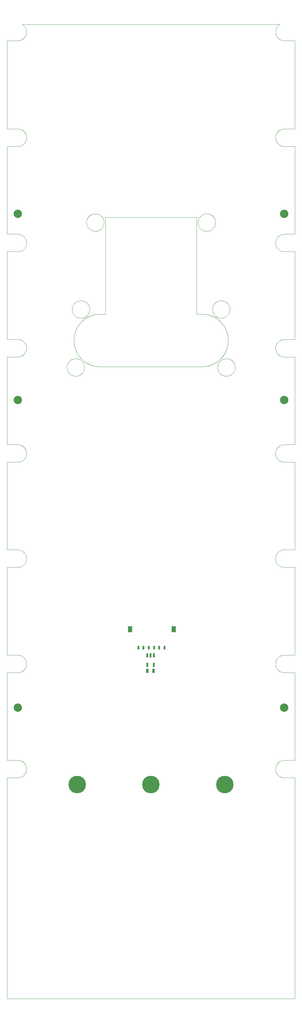
<source format=gbp>
G75*
%MOIN*%
%OFA0B0*%
%FSLAX25Y25*%
%IPPOS*%
%LPD*%
%AMOC8*
5,1,8,0,0,1.08239X$1,22.5*
%
%ADD10C,0.19685*%
%ADD11C,0.09375*%
%ADD12C,0.00000*%
%ADD13R,0.02362X0.04724*%
%ADD14R,0.03150X0.04724*%
%ADD15R,0.02362X0.03937*%
%ADD16R,0.04921X0.07087*%
D10*
X0180955Y0311229D03*
X0263632Y0311229D03*
X0346309Y0311229D03*
D11*
X0413239Y0397844D03*
X0413239Y0742922D03*
X0413239Y0952174D03*
X0114026Y0952174D03*
X0114026Y0742922D03*
X0114026Y0397844D03*
D12*
X0102215Y0071072D02*
X0425050Y0071072D01*
X0425050Y0319015D01*
X0413239Y0319015D01*
X0413239Y0319014D02*
X0412999Y0319017D01*
X0412760Y0319026D01*
X0412521Y0319040D01*
X0412282Y0319061D01*
X0412043Y0319087D01*
X0411806Y0319119D01*
X0411569Y0319157D01*
X0411333Y0319200D01*
X0411099Y0319249D01*
X0410866Y0319304D01*
X0410634Y0319365D01*
X0410403Y0319431D01*
X0410175Y0319503D01*
X0409948Y0319581D01*
X0409723Y0319663D01*
X0409500Y0319752D01*
X0409279Y0319846D01*
X0409061Y0319945D01*
X0408845Y0320049D01*
X0408632Y0320159D01*
X0408422Y0320273D01*
X0408214Y0320393D01*
X0408009Y0320518D01*
X0407808Y0320648D01*
X0407610Y0320783D01*
X0407415Y0320922D01*
X0407223Y0321066D01*
X0407035Y0321215D01*
X0406851Y0321368D01*
X0406671Y0321526D01*
X0406494Y0321688D01*
X0406321Y0321855D01*
X0406153Y0322025D01*
X0405989Y0322200D01*
X0405829Y0322378D01*
X0405673Y0322561D01*
X0405522Y0322747D01*
X0405376Y0322937D01*
X0405234Y0323130D01*
X0405097Y0323326D01*
X0404964Y0323526D01*
X0404837Y0323729D01*
X0404715Y0323935D01*
X0404597Y0324145D01*
X0404485Y0324356D01*
X0404378Y0324571D01*
X0404276Y0324788D01*
X0404180Y0325007D01*
X0404089Y0325229D01*
X0404003Y0325453D01*
X0403923Y0325679D01*
X0403849Y0325907D01*
X0403780Y0326136D01*
X0403716Y0326367D01*
X0403658Y0326600D01*
X0403606Y0326834D01*
X0403560Y0327069D01*
X0403519Y0327305D01*
X0403484Y0327543D01*
X0403455Y0327780D01*
X0403432Y0328019D01*
X0403414Y0328258D01*
X0403403Y0328498D01*
X0403397Y0328737D01*
X0403397Y0328977D01*
X0403403Y0329216D01*
X0403414Y0329456D01*
X0403432Y0329695D01*
X0403455Y0329934D01*
X0403484Y0330171D01*
X0403519Y0330409D01*
X0403560Y0330645D01*
X0403606Y0330880D01*
X0403658Y0331114D01*
X0403716Y0331347D01*
X0403780Y0331578D01*
X0403849Y0331807D01*
X0403923Y0332035D01*
X0404003Y0332261D01*
X0404089Y0332485D01*
X0404180Y0332707D01*
X0404276Y0332926D01*
X0404378Y0333143D01*
X0404485Y0333358D01*
X0404597Y0333569D01*
X0404715Y0333779D01*
X0404837Y0333985D01*
X0404964Y0334188D01*
X0405097Y0334388D01*
X0405234Y0334584D01*
X0405376Y0334777D01*
X0405522Y0334967D01*
X0405673Y0335153D01*
X0405829Y0335336D01*
X0405989Y0335514D01*
X0406153Y0335689D01*
X0406321Y0335859D01*
X0406494Y0336026D01*
X0406671Y0336188D01*
X0406851Y0336346D01*
X0407035Y0336499D01*
X0407223Y0336648D01*
X0407415Y0336792D01*
X0407610Y0336931D01*
X0407808Y0337066D01*
X0408009Y0337196D01*
X0408214Y0337321D01*
X0408422Y0337441D01*
X0408632Y0337555D01*
X0408845Y0337665D01*
X0409061Y0337769D01*
X0409279Y0337868D01*
X0409500Y0337962D01*
X0409723Y0338051D01*
X0409948Y0338133D01*
X0410175Y0338211D01*
X0410403Y0338283D01*
X0410634Y0338349D01*
X0410866Y0338410D01*
X0411099Y0338465D01*
X0411333Y0338514D01*
X0411569Y0338557D01*
X0411806Y0338595D01*
X0412043Y0338627D01*
X0412282Y0338653D01*
X0412521Y0338674D01*
X0412760Y0338688D01*
X0412999Y0338697D01*
X0413239Y0338700D01*
X0425050Y0338700D01*
X0425050Y0437125D01*
X0413239Y0437125D01*
X0413239Y0437124D02*
X0412999Y0437127D01*
X0412760Y0437136D01*
X0412521Y0437150D01*
X0412282Y0437171D01*
X0412043Y0437197D01*
X0411806Y0437229D01*
X0411569Y0437267D01*
X0411333Y0437310D01*
X0411099Y0437359D01*
X0410866Y0437414D01*
X0410634Y0437475D01*
X0410403Y0437541D01*
X0410175Y0437613D01*
X0409948Y0437691D01*
X0409723Y0437773D01*
X0409500Y0437862D01*
X0409279Y0437956D01*
X0409061Y0438055D01*
X0408845Y0438159D01*
X0408632Y0438269D01*
X0408422Y0438383D01*
X0408214Y0438503D01*
X0408009Y0438628D01*
X0407808Y0438758D01*
X0407610Y0438893D01*
X0407415Y0439032D01*
X0407223Y0439176D01*
X0407035Y0439325D01*
X0406851Y0439478D01*
X0406671Y0439636D01*
X0406494Y0439798D01*
X0406321Y0439965D01*
X0406153Y0440135D01*
X0405989Y0440310D01*
X0405829Y0440488D01*
X0405673Y0440671D01*
X0405522Y0440857D01*
X0405376Y0441047D01*
X0405234Y0441240D01*
X0405097Y0441436D01*
X0404964Y0441636D01*
X0404837Y0441839D01*
X0404715Y0442045D01*
X0404597Y0442255D01*
X0404485Y0442466D01*
X0404378Y0442681D01*
X0404276Y0442898D01*
X0404180Y0443117D01*
X0404089Y0443339D01*
X0404003Y0443563D01*
X0403923Y0443789D01*
X0403849Y0444017D01*
X0403780Y0444246D01*
X0403716Y0444477D01*
X0403658Y0444710D01*
X0403606Y0444944D01*
X0403560Y0445179D01*
X0403519Y0445415D01*
X0403484Y0445653D01*
X0403455Y0445890D01*
X0403432Y0446129D01*
X0403414Y0446368D01*
X0403403Y0446608D01*
X0403397Y0446847D01*
X0403397Y0447087D01*
X0403403Y0447326D01*
X0403414Y0447566D01*
X0403432Y0447805D01*
X0403455Y0448044D01*
X0403484Y0448281D01*
X0403519Y0448519D01*
X0403560Y0448755D01*
X0403606Y0448990D01*
X0403658Y0449224D01*
X0403716Y0449457D01*
X0403780Y0449688D01*
X0403849Y0449917D01*
X0403923Y0450145D01*
X0404003Y0450371D01*
X0404089Y0450595D01*
X0404180Y0450817D01*
X0404276Y0451036D01*
X0404378Y0451253D01*
X0404485Y0451468D01*
X0404597Y0451679D01*
X0404715Y0451889D01*
X0404837Y0452095D01*
X0404964Y0452298D01*
X0405097Y0452498D01*
X0405234Y0452694D01*
X0405376Y0452887D01*
X0405522Y0453077D01*
X0405673Y0453263D01*
X0405829Y0453446D01*
X0405989Y0453624D01*
X0406153Y0453799D01*
X0406321Y0453969D01*
X0406494Y0454136D01*
X0406671Y0454298D01*
X0406851Y0454456D01*
X0407035Y0454609D01*
X0407223Y0454758D01*
X0407415Y0454902D01*
X0407610Y0455041D01*
X0407808Y0455176D01*
X0408009Y0455306D01*
X0408214Y0455431D01*
X0408422Y0455551D01*
X0408632Y0455665D01*
X0408845Y0455775D01*
X0409061Y0455879D01*
X0409279Y0455978D01*
X0409500Y0456072D01*
X0409723Y0456161D01*
X0409948Y0456243D01*
X0410175Y0456321D01*
X0410403Y0456393D01*
X0410634Y0456459D01*
X0410866Y0456520D01*
X0411099Y0456575D01*
X0411333Y0456624D01*
X0411569Y0456667D01*
X0411806Y0456705D01*
X0412043Y0456737D01*
X0412282Y0456763D01*
X0412521Y0456784D01*
X0412760Y0456798D01*
X0412999Y0456807D01*
X0413239Y0456810D01*
X0425050Y0456810D01*
X0425050Y0555235D01*
X0413239Y0555235D01*
X0412999Y0555238D01*
X0412760Y0555247D01*
X0412521Y0555261D01*
X0412282Y0555282D01*
X0412043Y0555308D01*
X0411806Y0555340D01*
X0411569Y0555378D01*
X0411333Y0555421D01*
X0411099Y0555470D01*
X0410866Y0555525D01*
X0410634Y0555586D01*
X0410403Y0555652D01*
X0410175Y0555724D01*
X0409948Y0555802D01*
X0409723Y0555884D01*
X0409500Y0555973D01*
X0409279Y0556067D01*
X0409061Y0556166D01*
X0408845Y0556270D01*
X0408632Y0556380D01*
X0408422Y0556494D01*
X0408214Y0556614D01*
X0408009Y0556739D01*
X0407808Y0556869D01*
X0407610Y0557004D01*
X0407415Y0557143D01*
X0407223Y0557287D01*
X0407035Y0557436D01*
X0406851Y0557589D01*
X0406671Y0557747D01*
X0406494Y0557909D01*
X0406321Y0558076D01*
X0406153Y0558246D01*
X0405989Y0558421D01*
X0405829Y0558599D01*
X0405673Y0558782D01*
X0405522Y0558968D01*
X0405376Y0559158D01*
X0405234Y0559351D01*
X0405097Y0559547D01*
X0404964Y0559747D01*
X0404837Y0559950D01*
X0404715Y0560157D01*
X0404597Y0560366D01*
X0404485Y0560577D01*
X0404378Y0560792D01*
X0404276Y0561009D01*
X0404180Y0561228D01*
X0404089Y0561450D01*
X0404003Y0561674D01*
X0403923Y0561900D01*
X0403849Y0562128D01*
X0403780Y0562357D01*
X0403716Y0562588D01*
X0403658Y0562821D01*
X0403606Y0563055D01*
X0403560Y0563290D01*
X0403519Y0563526D01*
X0403484Y0563764D01*
X0403455Y0564001D01*
X0403432Y0564240D01*
X0403414Y0564479D01*
X0403403Y0564719D01*
X0403397Y0564958D01*
X0403397Y0565198D01*
X0403403Y0565437D01*
X0403414Y0565677D01*
X0403432Y0565916D01*
X0403455Y0566155D01*
X0403484Y0566392D01*
X0403519Y0566630D01*
X0403560Y0566866D01*
X0403606Y0567101D01*
X0403658Y0567335D01*
X0403716Y0567568D01*
X0403780Y0567799D01*
X0403849Y0568028D01*
X0403923Y0568256D01*
X0404003Y0568482D01*
X0404089Y0568706D01*
X0404180Y0568928D01*
X0404276Y0569147D01*
X0404378Y0569364D01*
X0404485Y0569579D01*
X0404597Y0569790D01*
X0404715Y0570000D01*
X0404837Y0570206D01*
X0404964Y0570409D01*
X0405097Y0570609D01*
X0405234Y0570805D01*
X0405376Y0570998D01*
X0405522Y0571188D01*
X0405673Y0571374D01*
X0405829Y0571557D01*
X0405989Y0571735D01*
X0406153Y0571910D01*
X0406321Y0572080D01*
X0406494Y0572247D01*
X0406671Y0572409D01*
X0406851Y0572567D01*
X0407035Y0572720D01*
X0407223Y0572869D01*
X0407415Y0573013D01*
X0407610Y0573152D01*
X0407808Y0573287D01*
X0408009Y0573417D01*
X0408214Y0573542D01*
X0408422Y0573662D01*
X0408632Y0573776D01*
X0408845Y0573886D01*
X0409061Y0573990D01*
X0409279Y0574089D01*
X0409500Y0574183D01*
X0409723Y0574272D01*
X0409948Y0574354D01*
X0410175Y0574432D01*
X0410403Y0574504D01*
X0410634Y0574570D01*
X0410866Y0574631D01*
X0411099Y0574686D01*
X0411333Y0574735D01*
X0411569Y0574778D01*
X0411806Y0574816D01*
X0412043Y0574848D01*
X0412282Y0574874D01*
X0412521Y0574895D01*
X0412760Y0574909D01*
X0412999Y0574918D01*
X0413239Y0574921D01*
X0413239Y0574920D02*
X0425050Y0574920D01*
X0425050Y0673345D01*
X0413239Y0673345D01*
X0412999Y0673348D01*
X0412760Y0673357D01*
X0412521Y0673371D01*
X0412282Y0673392D01*
X0412043Y0673418D01*
X0411806Y0673450D01*
X0411569Y0673488D01*
X0411333Y0673531D01*
X0411099Y0673580D01*
X0410866Y0673635D01*
X0410634Y0673696D01*
X0410403Y0673762D01*
X0410175Y0673834D01*
X0409948Y0673912D01*
X0409723Y0673994D01*
X0409500Y0674083D01*
X0409279Y0674177D01*
X0409061Y0674276D01*
X0408845Y0674380D01*
X0408632Y0674490D01*
X0408422Y0674604D01*
X0408214Y0674724D01*
X0408009Y0674849D01*
X0407808Y0674979D01*
X0407610Y0675114D01*
X0407415Y0675253D01*
X0407223Y0675397D01*
X0407035Y0675546D01*
X0406851Y0675699D01*
X0406671Y0675857D01*
X0406494Y0676019D01*
X0406321Y0676186D01*
X0406153Y0676356D01*
X0405989Y0676531D01*
X0405829Y0676709D01*
X0405673Y0676892D01*
X0405522Y0677078D01*
X0405376Y0677268D01*
X0405234Y0677461D01*
X0405097Y0677657D01*
X0404964Y0677857D01*
X0404837Y0678060D01*
X0404715Y0678267D01*
X0404597Y0678476D01*
X0404485Y0678687D01*
X0404378Y0678902D01*
X0404276Y0679119D01*
X0404180Y0679338D01*
X0404089Y0679560D01*
X0404003Y0679784D01*
X0403923Y0680010D01*
X0403849Y0680238D01*
X0403780Y0680467D01*
X0403716Y0680698D01*
X0403658Y0680931D01*
X0403606Y0681165D01*
X0403560Y0681400D01*
X0403519Y0681636D01*
X0403484Y0681874D01*
X0403455Y0682111D01*
X0403432Y0682350D01*
X0403414Y0682589D01*
X0403403Y0682829D01*
X0403397Y0683068D01*
X0403397Y0683308D01*
X0403403Y0683547D01*
X0403414Y0683787D01*
X0403432Y0684026D01*
X0403455Y0684265D01*
X0403484Y0684502D01*
X0403519Y0684740D01*
X0403560Y0684976D01*
X0403606Y0685211D01*
X0403658Y0685445D01*
X0403716Y0685678D01*
X0403780Y0685909D01*
X0403849Y0686138D01*
X0403923Y0686366D01*
X0404003Y0686592D01*
X0404089Y0686816D01*
X0404180Y0687038D01*
X0404276Y0687257D01*
X0404378Y0687474D01*
X0404485Y0687689D01*
X0404597Y0687900D01*
X0404715Y0688110D01*
X0404837Y0688316D01*
X0404964Y0688519D01*
X0405097Y0688719D01*
X0405234Y0688915D01*
X0405376Y0689108D01*
X0405522Y0689298D01*
X0405673Y0689484D01*
X0405829Y0689667D01*
X0405989Y0689845D01*
X0406153Y0690020D01*
X0406321Y0690190D01*
X0406494Y0690357D01*
X0406671Y0690519D01*
X0406851Y0690677D01*
X0407035Y0690830D01*
X0407223Y0690979D01*
X0407415Y0691123D01*
X0407610Y0691262D01*
X0407808Y0691397D01*
X0408009Y0691527D01*
X0408214Y0691652D01*
X0408422Y0691772D01*
X0408632Y0691886D01*
X0408845Y0691996D01*
X0409061Y0692100D01*
X0409279Y0692199D01*
X0409500Y0692293D01*
X0409723Y0692382D01*
X0409948Y0692464D01*
X0410175Y0692542D01*
X0410403Y0692614D01*
X0410634Y0692680D01*
X0410866Y0692741D01*
X0411099Y0692796D01*
X0411333Y0692845D01*
X0411569Y0692888D01*
X0411806Y0692926D01*
X0412043Y0692958D01*
X0412282Y0692984D01*
X0412521Y0693005D01*
X0412760Y0693019D01*
X0412999Y0693028D01*
X0413239Y0693031D01*
X0413239Y0693030D02*
X0425050Y0693030D01*
X0425050Y0791456D01*
X0413239Y0791456D01*
X0413239Y0791455D02*
X0412999Y0791458D01*
X0412760Y0791467D01*
X0412521Y0791481D01*
X0412282Y0791502D01*
X0412043Y0791528D01*
X0411806Y0791560D01*
X0411569Y0791598D01*
X0411333Y0791641D01*
X0411099Y0791690D01*
X0410866Y0791745D01*
X0410634Y0791806D01*
X0410403Y0791872D01*
X0410175Y0791944D01*
X0409948Y0792022D01*
X0409723Y0792104D01*
X0409500Y0792193D01*
X0409279Y0792287D01*
X0409061Y0792386D01*
X0408845Y0792490D01*
X0408632Y0792600D01*
X0408422Y0792714D01*
X0408214Y0792834D01*
X0408009Y0792959D01*
X0407808Y0793089D01*
X0407610Y0793224D01*
X0407415Y0793363D01*
X0407223Y0793507D01*
X0407035Y0793656D01*
X0406851Y0793809D01*
X0406671Y0793967D01*
X0406494Y0794129D01*
X0406321Y0794296D01*
X0406153Y0794466D01*
X0405989Y0794641D01*
X0405829Y0794819D01*
X0405673Y0795002D01*
X0405522Y0795188D01*
X0405376Y0795378D01*
X0405234Y0795571D01*
X0405097Y0795767D01*
X0404964Y0795967D01*
X0404837Y0796170D01*
X0404715Y0796377D01*
X0404597Y0796586D01*
X0404485Y0796797D01*
X0404378Y0797012D01*
X0404276Y0797229D01*
X0404180Y0797448D01*
X0404089Y0797670D01*
X0404003Y0797894D01*
X0403923Y0798120D01*
X0403849Y0798348D01*
X0403780Y0798577D01*
X0403716Y0798808D01*
X0403658Y0799041D01*
X0403606Y0799275D01*
X0403560Y0799510D01*
X0403519Y0799746D01*
X0403484Y0799984D01*
X0403455Y0800221D01*
X0403432Y0800460D01*
X0403414Y0800699D01*
X0403403Y0800939D01*
X0403397Y0801178D01*
X0403397Y0801418D01*
X0403403Y0801657D01*
X0403414Y0801897D01*
X0403432Y0802136D01*
X0403455Y0802375D01*
X0403484Y0802612D01*
X0403519Y0802850D01*
X0403560Y0803086D01*
X0403606Y0803321D01*
X0403658Y0803555D01*
X0403716Y0803788D01*
X0403780Y0804019D01*
X0403849Y0804248D01*
X0403923Y0804476D01*
X0404003Y0804702D01*
X0404089Y0804926D01*
X0404180Y0805148D01*
X0404276Y0805367D01*
X0404378Y0805584D01*
X0404485Y0805799D01*
X0404597Y0806010D01*
X0404715Y0806220D01*
X0404837Y0806426D01*
X0404964Y0806629D01*
X0405097Y0806829D01*
X0405234Y0807025D01*
X0405376Y0807218D01*
X0405522Y0807408D01*
X0405673Y0807594D01*
X0405829Y0807777D01*
X0405989Y0807955D01*
X0406153Y0808130D01*
X0406321Y0808300D01*
X0406494Y0808467D01*
X0406671Y0808629D01*
X0406851Y0808787D01*
X0407035Y0808940D01*
X0407223Y0809089D01*
X0407415Y0809233D01*
X0407610Y0809372D01*
X0407808Y0809507D01*
X0408009Y0809637D01*
X0408214Y0809762D01*
X0408422Y0809882D01*
X0408632Y0809996D01*
X0408845Y0810106D01*
X0409061Y0810210D01*
X0409279Y0810309D01*
X0409500Y0810403D01*
X0409723Y0810492D01*
X0409948Y0810574D01*
X0410175Y0810652D01*
X0410403Y0810724D01*
X0410634Y0810790D01*
X0410866Y0810851D01*
X0411099Y0810906D01*
X0411333Y0810955D01*
X0411569Y0810998D01*
X0411806Y0811036D01*
X0412043Y0811068D01*
X0412282Y0811094D01*
X0412521Y0811115D01*
X0412760Y0811129D01*
X0412999Y0811138D01*
X0413239Y0811141D01*
X0425050Y0811141D01*
X0425050Y0909566D01*
X0413239Y0909566D01*
X0413239Y0909565D02*
X0412999Y0909568D01*
X0412760Y0909577D01*
X0412521Y0909591D01*
X0412282Y0909612D01*
X0412043Y0909638D01*
X0411806Y0909670D01*
X0411569Y0909708D01*
X0411333Y0909751D01*
X0411099Y0909800D01*
X0410866Y0909855D01*
X0410634Y0909916D01*
X0410403Y0909982D01*
X0410175Y0910054D01*
X0409948Y0910132D01*
X0409723Y0910214D01*
X0409500Y0910303D01*
X0409279Y0910397D01*
X0409061Y0910496D01*
X0408845Y0910600D01*
X0408632Y0910710D01*
X0408422Y0910824D01*
X0408214Y0910944D01*
X0408009Y0911069D01*
X0407808Y0911199D01*
X0407610Y0911334D01*
X0407415Y0911473D01*
X0407223Y0911617D01*
X0407035Y0911766D01*
X0406851Y0911919D01*
X0406671Y0912077D01*
X0406494Y0912239D01*
X0406321Y0912406D01*
X0406153Y0912576D01*
X0405989Y0912751D01*
X0405829Y0912929D01*
X0405673Y0913112D01*
X0405522Y0913298D01*
X0405376Y0913488D01*
X0405234Y0913681D01*
X0405097Y0913877D01*
X0404964Y0914077D01*
X0404837Y0914280D01*
X0404715Y0914487D01*
X0404597Y0914696D01*
X0404485Y0914907D01*
X0404378Y0915122D01*
X0404276Y0915339D01*
X0404180Y0915558D01*
X0404089Y0915780D01*
X0404003Y0916004D01*
X0403923Y0916230D01*
X0403849Y0916458D01*
X0403780Y0916687D01*
X0403716Y0916918D01*
X0403658Y0917151D01*
X0403606Y0917385D01*
X0403560Y0917620D01*
X0403519Y0917856D01*
X0403484Y0918094D01*
X0403455Y0918331D01*
X0403432Y0918570D01*
X0403414Y0918809D01*
X0403403Y0919049D01*
X0403397Y0919288D01*
X0403397Y0919528D01*
X0403403Y0919767D01*
X0403414Y0920007D01*
X0403432Y0920246D01*
X0403455Y0920485D01*
X0403484Y0920722D01*
X0403519Y0920960D01*
X0403560Y0921196D01*
X0403606Y0921431D01*
X0403658Y0921665D01*
X0403716Y0921898D01*
X0403780Y0922129D01*
X0403849Y0922358D01*
X0403923Y0922586D01*
X0404003Y0922812D01*
X0404089Y0923036D01*
X0404180Y0923258D01*
X0404276Y0923477D01*
X0404378Y0923694D01*
X0404485Y0923909D01*
X0404597Y0924120D01*
X0404715Y0924330D01*
X0404837Y0924536D01*
X0404964Y0924739D01*
X0405097Y0924939D01*
X0405234Y0925135D01*
X0405376Y0925328D01*
X0405522Y0925518D01*
X0405673Y0925704D01*
X0405829Y0925887D01*
X0405989Y0926065D01*
X0406153Y0926240D01*
X0406321Y0926410D01*
X0406494Y0926577D01*
X0406671Y0926739D01*
X0406851Y0926897D01*
X0407035Y0927050D01*
X0407223Y0927199D01*
X0407415Y0927343D01*
X0407610Y0927482D01*
X0407808Y0927617D01*
X0408009Y0927747D01*
X0408214Y0927872D01*
X0408422Y0927992D01*
X0408632Y0928106D01*
X0408845Y0928216D01*
X0409061Y0928320D01*
X0409279Y0928419D01*
X0409500Y0928513D01*
X0409723Y0928602D01*
X0409948Y0928684D01*
X0410175Y0928762D01*
X0410403Y0928834D01*
X0410634Y0928900D01*
X0410866Y0928961D01*
X0411099Y0929016D01*
X0411333Y0929065D01*
X0411569Y0929108D01*
X0411806Y0929146D01*
X0412043Y0929178D01*
X0412282Y0929204D01*
X0412521Y0929225D01*
X0412760Y0929239D01*
X0412999Y0929248D01*
X0413239Y0929251D01*
X0425050Y0929251D01*
X0425050Y1027676D01*
X0413239Y1027676D01*
X0412999Y1027679D01*
X0412760Y1027688D01*
X0412521Y1027702D01*
X0412282Y1027723D01*
X0412043Y1027749D01*
X0411806Y1027781D01*
X0411569Y1027819D01*
X0411333Y1027862D01*
X0411099Y1027911D01*
X0410866Y1027966D01*
X0410634Y1028027D01*
X0410403Y1028093D01*
X0410175Y1028165D01*
X0409948Y1028243D01*
X0409723Y1028325D01*
X0409500Y1028414D01*
X0409279Y1028508D01*
X0409061Y1028607D01*
X0408845Y1028711D01*
X0408632Y1028821D01*
X0408422Y1028935D01*
X0408214Y1029055D01*
X0408009Y1029180D01*
X0407808Y1029310D01*
X0407610Y1029445D01*
X0407415Y1029584D01*
X0407223Y1029728D01*
X0407035Y1029877D01*
X0406851Y1030030D01*
X0406671Y1030188D01*
X0406494Y1030350D01*
X0406321Y1030517D01*
X0406153Y1030687D01*
X0405989Y1030862D01*
X0405829Y1031040D01*
X0405673Y1031223D01*
X0405522Y1031409D01*
X0405376Y1031599D01*
X0405234Y1031792D01*
X0405097Y1031988D01*
X0404964Y1032188D01*
X0404837Y1032391D01*
X0404715Y1032598D01*
X0404597Y1032807D01*
X0404485Y1033018D01*
X0404378Y1033233D01*
X0404276Y1033450D01*
X0404180Y1033669D01*
X0404089Y1033891D01*
X0404003Y1034115D01*
X0403923Y1034341D01*
X0403849Y1034569D01*
X0403780Y1034798D01*
X0403716Y1035029D01*
X0403658Y1035262D01*
X0403606Y1035496D01*
X0403560Y1035731D01*
X0403519Y1035967D01*
X0403484Y1036205D01*
X0403455Y1036442D01*
X0403432Y1036681D01*
X0403414Y1036920D01*
X0403403Y1037160D01*
X0403397Y1037399D01*
X0403397Y1037639D01*
X0403403Y1037878D01*
X0403414Y1038118D01*
X0403432Y1038357D01*
X0403455Y1038596D01*
X0403484Y1038833D01*
X0403519Y1039071D01*
X0403560Y1039307D01*
X0403606Y1039542D01*
X0403658Y1039776D01*
X0403716Y1040009D01*
X0403780Y1040240D01*
X0403849Y1040469D01*
X0403923Y1040697D01*
X0404003Y1040923D01*
X0404089Y1041147D01*
X0404180Y1041369D01*
X0404276Y1041588D01*
X0404378Y1041805D01*
X0404485Y1042020D01*
X0404597Y1042231D01*
X0404715Y1042441D01*
X0404837Y1042647D01*
X0404964Y1042850D01*
X0405097Y1043050D01*
X0405234Y1043246D01*
X0405376Y1043439D01*
X0405522Y1043629D01*
X0405673Y1043815D01*
X0405829Y1043998D01*
X0405989Y1044176D01*
X0406153Y1044351D01*
X0406321Y1044521D01*
X0406494Y1044688D01*
X0406671Y1044850D01*
X0406851Y1045008D01*
X0407035Y1045161D01*
X0407223Y1045310D01*
X0407415Y1045454D01*
X0407610Y1045593D01*
X0407808Y1045728D01*
X0408009Y1045858D01*
X0408214Y1045983D01*
X0408422Y1046103D01*
X0408632Y1046217D01*
X0408845Y1046327D01*
X0409061Y1046431D01*
X0409279Y1046530D01*
X0409500Y1046624D01*
X0409723Y1046713D01*
X0409948Y1046795D01*
X0410175Y1046873D01*
X0410403Y1046945D01*
X0410634Y1047011D01*
X0410866Y1047072D01*
X0411099Y1047127D01*
X0411333Y1047176D01*
X0411569Y1047219D01*
X0411806Y1047257D01*
X0412043Y1047289D01*
X0412282Y1047315D01*
X0412521Y1047336D01*
X0412760Y1047350D01*
X0412999Y1047359D01*
X0413239Y1047362D01*
X0413239Y1047361D02*
X0425050Y1047361D01*
X0425050Y1146466D01*
X0413239Y1146466D01*
X0413239Y1146465D02*
X0412999Y1146468D01*
X0412760Y1146477D01*
X0412520Y1146491D01*
X0412282Y1146512D01*
X0412043Y1146538D01*
X0411806Y1146570D01*
X0411569Y1146608D01*
X0411333Y1146651D01*
X0411099Y1146701D01*
X0410865Y1146756D01*
X0410633Y1146816D01*
X0410403Y1146882D01*
X0410174Y1146954D01*
X0409947Y1147032D01*
X0409722Y1147115D01*
X0409500Y1147203D01*
X0409279Y1147297D01*
X0409061Y1147396D01*
X0408845Y1147500D01*
X0408632Y1147610D01*
X0408421Y1147725D01*
X0408214Y1147845D01*
X0408009Y1147969D01*
X0407807Y1148099D01*
X0407609Y1148234D01*
X0407414Y1148373D01*
X0407223Y1148518D01*
X0407035Y1148667D01*
X0406851Y1148820D01*
X0406670Y1148978D01*
X0406494Y1149140D01*
X0406321Y1149306D01*
X0406152Y1149477D01*
X0405988Y1149651D01*
X0405828Y1149830D01*
X0405673Y1150012D01*
X0405522Y1150198D01*
X0405375Y1150388D01*
X0405233Y1150581D01*
X0405096Y1150778D01*
X0404964Y1150978D01*
X0404837Y1151181D01*
X0404714Y1151387D01*
X0404597Y1151596D01*
X0404485Y1151808D01*
X0404378Y1152023D01*
X0404276Y1152240D01*
X0404180Y1152459D01*
X0404089Y1152681D01*
X0404003Y1152905D01*
X0403923Y1153131D01*
X0403848Y1153359D01*
X0403779Y1153588D01*
X0403716Y1153820D01*
X0403658Y1154052D01*
X0403606Y1154286D01*
X0403559Y1154521D01*
X0403519Y1154758D01*
X0403484Y1154995D01*
X0403455Y1155233D01*
X0403432Y1155471D01*
X0403414Y1155710D01*
X0403403Y1155950D01*
X0403397Y1156190D01*
X0403397Y1156429D01*
X0403403Y1156669D01*
X0403414Y1156908D01*
X0403432Y1157148D01*
X0403455Y1157386D01*
X0403484Y1157624D01*
X0403519Y1157861D01*
X0403560Y1158097D01*
X0403606Y1158333D01*
X0403659Y1158567D01*
X0403716Y1158799D01*
X0403780Y1159030D01*
X0403849Y1159260D01*
X0403924Y1159488D01*
X0404004Y1159714D01*
X0404090Y1159938D01*
X0404181Y1160159D01*
X0404277Y1160379D01*
X0404379Y1160596D01*
X0404486Y1160810D01*
X0404598Y1161022D01*
X0404716Y1161231D01*
X0404838Y1161437D01*
X0404966Y1161640D01*
X0405098Y1161840D01*
X0405235Y1162037D01*
X0405377Y1162230D01*
X0405523Y1162420D01*
X0405675Y1162606D01*
X0405830Y1162788D01*
X0405990Y1162967D01*
X0406155Y1163141D01*
X0406323Y1163312D01*
X0406496Y1163478D01*
X0406672Y1163640D01*
X0406853Y1163798D01*
X0407037Y1163951D01*
X0407225Y1164100D01*
X0407417Y1164244D01*
X0407612Y1164384D01*
X0407810Y1164518D01*
X0408011Y1164648D01*
X0408216Y1164773D01*
X0119049Y1164773D01*
X0119254Y1164648D01*
X0119455Y1164518D01*
X0119653Y1164384D01*
X0119848Y1164244D01*
X0120040Y1164100D01*
X0120228Y1163951D01*
X0120412Y1163798D01*
X0120593Y1163640D01*
X0120769Y1163478D01*
X0120942Y1163312D01*
X0121110Y1163141D01*
X0121275Y1162967D01*
X0121435Y1162788D01*
X0121590Y1162606D01*
X0121742Y1162420D01*
X0121888Y1162230D01*
X0122030Y1162037D01*
X0122167Y1161840D01*
X0122299Y1161640D01*
X0122427Y1161437D01*
X0122549Y1161231D01*
X0122667Y1161022D01*
X0122779Y1160810D01*
X0122886Y1160596D01*
X0122988Y1160379D01*
X0123084Y1160159D01*
X0123175Y1159938D01*
X0123261Y1159714D01*
X0123341Y1159488D01*
X0123416Y1159260D01*
X0123485Y1159030D01*
X0123549Y1158799D01*
X0123606Y1158567D01*
X0123659Y1158333D01*
X0123705Y1158097D01*
X0123746Y1157861D01*
X0123781Y1157624D01*
X0123810Y1157386D01*
X0123833Y1157148D01*
X0123851Y1156908D01*
X0123862Y1156669D01*
X0123868Y1156429D01*
X0123868Y1156190D01*
X0123862Y1155950D01*
X0123851Y1155710D01*
X0123833Y1155471D01*
X0123810Y1155233D01*
X0123781Y1154995D01*
X0123746Y1154758D01*
X0123706Y1154521D01*
X0123659Y1154286D01*
X0123607Y1154052D01*
X0123549Y1153820D01*
X0123486Y1153588D01*
X0123417Y1153359D01*
X0123342Y1153131D01*
X0123262Y1152905D01*
X0123176Y1152681D01*
X0123085Y1152459D01*
X0122989Y1152240D01*
X0122887Y1152023D01*
X0122780Y1151808D01*
X0122668Y1151596D01*
X0122551Y1151387D01*
X0122428Y1151181D01*
X0122301Y1150978D01*
X0122169Y1150778D01*
X0122032Y1150581D01*
X0121890Y1150388D01*
X0121743Y1150198D01*
X0121592Y1150012D01*
X0121437Y1149830D01*
X0121277Y1149651D01*
X0121113Y1149477D01*
X0120944Y1149306D01*
X0120771Y1149140D01*
X0120595Y1148978D01*
X0120414Y1148820D01*
X0120230Y1148667D01*
X0120042Y1148518D01*
X0119851Y1148373D01*
X0119656Y1148234D01*
X0119458Y1148099D01*
X0119256Y1147969D01*
X0119051Y1147845D01*
X0118844Y1147725D01*
X0118633Y1147610D01*
X0118420Y1147500D01*
X0118204Y1147396D01*
X0117986Y1147297D01*
X0117765Y1147203D01*
X0117543Y1147115D01*
X0117318Y1147032D01*
X0117091Y1146954D01*
X0116862Y1146882D01*
X0116632Y1146816D01*
X0116400Y1146756D01*
X0116166Y1146701D01*
X0115932Y1146651D01*
X0115696Y1146608D01*
X0115459Y1146570D01*
X0115222Y1146538D01*
X0114983Y1146512D01*
X0114745Y1146491D01*
X0114505Y1146477D01*
X0114266Y1146468D01*
X0114026Y1146465D01*
X0114026Y1146466D02*
X0102215Y1146466D01*
X0102215Y1047361D01*
X0114026Y1047361D01*
X0114026Y1047362D02*
X0114266Y1047359D01*
X0114505Y1047350D01*
X0114744Y1047336D01*
X0114983Y1047315D01*
X0115222Y1047289D01*
X0115459Y1047257D01*
X0115696Y1047219D01*
X0115932Y1047176D01*
X0116166Y1047127D01*
X0116399Y1047072D01*
X0116631Y1047011D01*
X0116862Y1046945D01*
X0117090Y1046873D01*
X0117317Y1046795D01*
X0117542Y1046713D01*
X0117765Y1046624D01*
X0117986Y1046530D01*
X0118204Y1046431D01*
X0118420Y1046327D01*
X0118633Y1046217D01*
X0118843Y1046103D01*
X0119051Y1045983D01*
X0119256Y1045858D01*
X0119457Y1045728D01*
X0119655Y1045593D01*
X0119850Y1045454D01*
X0120042Y1045310D01*
X0120230Y1045161D01*
X0120414Y1045008D01*
X0120594Y1044850D01*
X0120771Y1044688D01*
X0120944Y1044521D01*
X0121112Y1044351D01*
X0121276Y1044176D01*
X0121436Y1043998D01*
X0121592Y1043815D01*
X0121743Y1043629D01*
X0121889Y1043439D01*
X0122031Y1043246D01*
X0122168Y1043050D01*
X0122301Y1042850D01*
X0122428Y1042647D01*
X0122550Y1042441D01*
X0122668Y1042231D01*
X0122780Y1042020D01*
X0122887Y1041805D01*
X0122989Y1041588D01*
X0123085Y1041369D01*
X0123176Y1041147D01*
X0123262Y1040923D01*
X0123342Y1040697D01*
X0123416Y1040469D01*
X0123485Y1040240D01*
X0123549Y1040009D01*
X0123607Y1039776D01*
X0123659Y1039542D01*
X0123705Y1039307D01*
X0123746Y1039071D01*
X0123781Y1038833D01*
X0123810Y1038596D01*
X0123833Y1038357D01*
X0123851Y1038118D01*
X0123862Y1037878D01*
X0123868Y1037639D01*
X0123868Y1037399D01*
X0123862Y1037160D01*
X0123851Y1036920D01*
X0123833Y1036681D01*
X0123810Y1036442D01*
X0123781Y1036205D01*
X0123746Y1035967D01*
X0123705Y1035731D01*
X0123659Y1035496D01*
X0123607Y1035262D01*
X0123549Y1035029D01*
X0123485Y1034798D01*
X0123416Y1034569D01*
X0123342Y1034341D01*
X0123262Y1034115D01*
X0123176Y1033891D01*
X0123085Y1033669D01*
X0122989Y1033450D01*
X0122887Y1033233D01*
X0122780Y1033018D01*
X0122668Y1032807D01*
X0122550Y1032598D01*
X0122428Y1032391D01*
X0122301Y1032188D01*
X0122168Y1031988D01*
X0122031Y1031792D01*
X0121889Y1031599D01*
X0121743Y1031409D01*
X0121592Y1031223D01*
X0121436Y1031040D01*
X0121276Y1030862D01*
X0121112Y1030687D01*
X0120944Y1030517D01*
X0120771Y1030350D01*
X0120594Y1030188D01*
X0120414Y1030030D01*
X0120230Y1029877D01*
X0120042Y1029728D01*
X0119850Y1029584D01*
X0119655Y1029445D01*
X0119457Y1029310D01*
X0119256Y1029180D01*
X0119051Y1029055D01*
X0118843Y1028935D01*
X0118633Y1028821D01*
X0118420Y1028711D01*
X0118204Y1028607D01*
X0117986Y1028508D01*
X0117765Y1028414D01*
X0117542Y1028325D01*
X0117317Y1028243D01*
X0117090Y1028165D01*
X0116862Y1028093D01*
X0116631Y1028027D01*
X0116399Y1027966D01*
X0116166Y1027911D01*
X0115932Y1027862D01*
X0115696Y1027819D01*
X0115459Y1027781D01*
X0115222Y1027749D01*
X0114983Y1027723D01*
X0114744Y1027702D01*
X0114505Y1027688D01*
X0114266Y1027679D01*
X0114026Y1027676D01*
X0102215Y1027676D01*
X0102215Y0929251D01*
X0114026Y0929251D01*
X0114266Y0929248D01*
X0114505Y0929239D01*
X0114744Y0929225D01*
X0114983Y0929204D01*
X0115222Y0929178D01*
X0115459Y0929146D01*
X0115696Y0929108D01*
X0115932Y0929065D01*
X0116166Y0929016D01*
X0116399Y0928961D01*
X0116631Y0928900D01*
X0116862Y0928834D01*
X0117090Y0928762D01*
X0117317Y0928684D01*
X0117542Y0928602D01*
X0117765Y0928513D01*
X0117986Y0928419D01*
X0118204Y0928320D01*
X0118420Y0928216D01*
X0118633Y0928106D01*
X0118843Y0927992D01*
X0119051Y0927872D01*
X0119256Y0927747D01*
X0119457Y0927617D01*
X0119655Y0927482D01*
X0119850Y0927343D01*
X0120042Y0927199D01*
X0120230Y0927050D01*
X0120414Y0926897D01*
X0120594Y0926739D01*
X0120771Y0926577D01*
X0120944Y0926410D01*
X0121112Y0926240D01*
X0121276Y0926065D01*
X0121436Y0925887D01*
X0121592Y0925704D01*
X0121743Y0925518D01*
X0121889Y0925328D01*
X0122031Y0925135D01*
X0122168Y0924939D01*
X0122301Y0924739D01*
X0122428Y0924536D01*
X0122550Y0924330D01*
X0122668Y0924120D01*
X0122780Y0923909D01*
X0122887Y0923694D01*
X0122989Y0923477D01*
X0123085Y0923258D01*
X0123176Y0923036D01*
X0123262Y0922812D01*
X0123342Y0922586D01*
X0123416Y0922358D01*
X0123485Y0922129D01*
X0123549Y0921898D01*
X0123607Y0921665D01*
X0123659Y0921431D01*
X0123705Y0921196D01*
X0123746Y0920960D01*
X0123781Y0920722D01*
X0123810Y0920485D01*
X0123833Y0920246D01*
X0123851Y0920007D01*
X0123862Y0919767D01*
X0123868Y0919528D01*
X0123868Y0919288D01*
X0123862Y0919049D01*
X0123851Y0918809D01*
X0123833Y0918570D01*
X0123810Y0918331D01*
X0123781Y0918094D01*
X0123746Y0917856D01*
X0123705Y0917620D01*
X0123659Y0917385D01*
X0123607Y0917151D01*
X0123549Y0916918D01*
X0123485Y0916687D01*
X0123416Y0916458D01*
X0123342Y0916230D01*
X0123262Y0916004D01*
X0123176Y0915780D01*
X0123085Y0915558D01*
X0122989Y0915339D01*
X0122887Y0915122D01*
X0122780Y0914907D01*
X0122668Y0914696D01*
X0122550Y0914487D01*
X0122428Y0914280D01*
X0122301Y0914077D01*
X0122168Y0913877D01*
X0122031Y0913681D01*
X0121889Y0913488D01*
X0121743Y0913298D01*
X0121592Y0913112D01*
X0121436Y0912929D01*
X0121276Y0912751D01*
X0121112Y0912576D01*
X0120944Y0912406D01*
X0120771Y0912239D01*
X0120594Y0912077D01*
X0120414Y0911919D01*
X0120230Y0911766D01*
X0120042Y0911617D01*
X0119850Y0911473D01*
X0119655Y0911334D01*
X0119457Y0911199D01*
X0119256Y0911069D01*
X0119051Y0910944D01*
X0118843Y0910824D01*
X0118633Y0910710D01*
X0118420Y0910600D01*
X0118204Y0910496D01*
X0117986Y0910397D01*
X0117765Y0910303D01*
X0117542Y0910214D01*
X0117317Y0910132D01*
X0117090Y0910054D01*
X0116862Y0909982D01*
X0116631Y0909916D01*
X0116399Y0909855D01*
X0116166Y0909800D01*
X0115932Y0909751D01*
X0115696Y0909708D01*
X0115459Y0909670D01*
X0115222Y0909638D01*
X0114983Y0909612D01*
X0114744Y0909591D01*
X0114505Y0909577D01*
X0114266Y0909568D01*
X0114026Y0909565D01*
X0114026Y0909566D02*
X0102215Y0909566D01*
X0102215Y0811141D01*
X0114026Y0811141D01*
X0114266Y0811138D01*
X0114505Y0811129D01*
X0114744Y0811115D01*
X0114983Y0811094D01*
X0115222Y0811068D01*
X0115459Y0811036D01*
X0115696Y0810998D01*
X0115932Y0810955D01*
X0116166Y0810906D01*
X0116399Y0810851D01*
X0116631Y0810790D01*
X0116862Y0810724D01*
X0117090Y0810652D01*
X0117317Y0810574D01*
X0117542Y0810492D01*
X0117765Y0810403D01*
X0117986Y0810309D01*
X0118204Y0810210D01*
X0118420Y0810106D01*
X0118633Y0809996D01*
X0118843Y0809882D01*
X0119051Y0809762D01*
X0119256Y0809637D01*
X0119457Y0809507D01*
X0119655Y0809372D01*
X0119850Y0809233D01*
X0120042Y0809089D01*
X0120230Y0808940D01*
X0120414Y0808787D01*
X0120594Y0808629D01*
X0120771Y0808467D01*
X0120944Y0808300D01*
X0121112Y0808130D01*
X0121276Y0807955D01*
X0121436Y0807777D01*
X0121592Y0807594D01*
X0121743Y0807408D01*
X0121889Y0807218D01*
X0122031Y0807025D01*
X0122168Y0806829D01*
X0122301Y0806629D01*
X0122428Y0806426D01*
X0122550Y0806220D01*
X0122668Y0806010D01*
X0122780Y0805799D01*
X0122887Y0805584D01*
X0122989Y0805367D01*
X0123085Y0805148D01*
X0123176Y0804926D01*
X0123262Y0804702D01*
X0123342Y0804476D01*
X0123416Y0804248D01*
X0123485Y0804019D01*
X0123549Y0803788D01*
X0123607Y0803555D01*
X0123659Y0803321D01*
X0123705Y0803086D01*
X0123746Y0802850D01*
X0123781Y0802612D01*
X0123810Y0802375D01*
X0123833Y0802136D01*
X0123851Y0801897D01*
X0123862Y0801657D01*
X0123868Y0801418D01*
X0123868Y0801178D01*
X0123862Y0800939D01*
X0123851Y0800699D01*
X0123833Y0800460D01*
X0123810Y0800221D01*
X0123781Y0799984D01*
X0123746Y0799746D01*
X0123705Y0799510D01*
X0123659Y0799275D01*
X0123607Y0799041D01*
X0123549Y0798808D01*
X0123485Y0798577D01*
X0123416Y0798348D01*
X0123342Y0798120D01*
X0123262Y0797894D01*
X0123176Y0797670D01*
X0123085Y0797448D01*
X0122989Y0797229D01*
X0122887Y0797012D01*
X0122780Y0796797D01*
X0122668Y0796586D01*
X0122550Y0796377D01*
X0122428Y0796170D01*
X0122301Y0795967D01*
X0122168Y0795767D01*
X0122031Y0795571D01*
X0121889Y0795378D01*
X0121743Y0795188D01*
X0121592Y0795002D01*
X0121436Y0794819D01*
X0121276Y0794641D01*
X0121112Y0794466D01*
X0120944Y0794296D01*
X0120771Y0794129D01*
X0120594Y0793967D01*
X0120414Y0793809D01*
X0120230Y0793656D01*
X0120042Y0793507D01*
X0119850Y0793363D01*
X0119655Y0793224D01*
X0119457Y0793089D01*
X0119256Y0792959D01*
X0119051Y0792834D01*
X0118843Y0792714D01*
X0118633Y0792600D01*
X0118420Y0792490D01*
X0118204Y0792386D01*
X0117986Y0792287D01*
X0117765Y0792193D01*
X0117542Y0792104D01*
X0117317Y0792022D01*
X0117090Y0791944D01*
X0116862Y0791872D01*
X0116631Y0791806D01*
X0116399Y0791745D01*
X0116166Y0791690D01*
X0115932Y0791641D01*
X0115696Y0791598D01*
X0115459Y0791560D01*
X0115222Y0791528D01*
X0114983Y0791502D01*
X0114744Y0791481D01*
X0114505Y0791467D01*
X0114266Y0791458D01*
X0114026Y0791455D01*
X0114026Y0791456D02*
X0102215Y0791456D01*
X0102215Y0693030D01*
X0114026Y0693030D01*
X0114026Y0693031D02*
X0114266Y0693028D01*
X0114505Y0693019D01*
X0114744Y0693005D01*
X0114983Y0692984D01*
X0115222Y0692958D01*
X0115459Y0692926D01*
X0115696Y0692888D01*
X0115932Y0692845D01*
X0116166Y0692796D01*
X0116399Y0692741D01*
X0116631Y0692680D01*
X0116862Y0692614D01*
X0117090Y0692542D01*
X0117317Y0692464D01*
X0117542Y0692382D01*
X0117765Y0692293D01*
X0117986Y0692199D01*
X0118204Y0692100D01*
X0118420Y0691996D01*
X0118633Y0691886D01*
X0118843Y0691772D01*
X0119051Y0691652D01*
X0119256Y0691527D01*
X0119457Y0691397D01*
X0119655Y0691262D01*
X0119850Y0691123D01*
X0120042Y0690979D01*
X0120230Y0690830D01*
X0120414Y0690677D01*
X0120594Y0690519D01*
X0120771Y0690357D01*
X0120944Y0690190D01*
X0121112Y0690020D01*
X0121276Y0689845D01*
X0121436Y0689667D01*
X0121592Y0689484D01*
X0121743Y0689298D01*
X0121889Y0689108D01*
X0122031Y0688915D01*
X0122168Y0688719D01*
X0122301Y0688519D01*
X0122428Y0688316D01*
X0122550Y0688110D01*
X0122668Y0687900D01*
X0122780Y0687689D01*
X0122887Y0687474D01*
X0122989Y0687257D01*
X0123085Y0687038D01*
X0123176Y0686816D01*
X0123262Y0686592D01*
X0123342Y0686366D01*
X0123416Y0686138D01*
X0123485Y0685909D01*
X0123549Y0685678D01*
X0123607Y0685445D01*
X0123659Y0685211D01*
X0123705Y0684976D01*
X0123746Y0684740D01*
X0123781Y0684502D01*
X0123810Y0684265D01*
X0123833Y0684026D01*
X0123851Y0683787D01*
X0123862Y0683547D01*
X0123868Y0683308D01*
X0123868Y0683068D01*
X0123862Y0682829D01*
X0123851Y0682589D01*
X0123833Y0682350D01*
X0123810Y0682111D01*
X0123781Y0681874D01*
X0123746Y0681636D01*
X0123705Y0681400D01*
X0123659Y0681165D01*
X0123607Y0680931D01*
X0123549Y0680698D01*
X0123485Y0680467D01*
X0123416Y0680238D01*
X0123342Y0680010D01*
X0123262Y0679784D01*
X0123176Y0679560D01*
X0123085Y0679338D01*
X0122989Y0679119D01*
X0122887Y0678902D01*
X0122780Y0678687D01*
X0122668Y0678476D01*
X0122550Y0678267D01*
X0122428Y0678060D01*
X0122301Y0677857D01*
X0122168Y0677657D01*
X0122031Y0677461D01*
X0121889Y0677268D01*
X0121743Y0677078D01*
X0121592Y0676892D01*
X0121436Y0676709D01*
X0121276Y0676531D01*
X0121112Y0676356D01*
X0120944Y0676186D01*
X0120771Y0676019D01*
X0120594Y0675857D01*
X0120414Y0675699D01*
X0120230Y0675546D01*
X0120042Y0675397D01*
X0119850Y0675253D01*
X0119655Y0675114D01*
X0119457Y0674979D01*
X0119256Y0674849D01*
X0119051Y0674724D01*
X0118843Y0674604D01*
X0118633Y0674490D01*
X0118420Y0674380D01*
X0118204Y0674276D01*
X0117986Y0674177D01*
X0117765Y0674083D01*
X0117542Y0673994D01*
X0117317Y0673912D01*
X0117090Y0673834D01*
X0116862Y0673762D01*
X0116631Y0673696D01*
X0116399Y0673635D01*
X0116166Y0673580D01*
X0115932Y0673531D01*
X0115696Y0673488D01*
X0115459Y0673450D01*
X0115222Y0673418D01*
X0114983Y0673392D01*
X0114744Y0673371D01*
X0114505Y0673357D01*
X0114266Y0673348D01*
X0114026Y0673345D01*
X0102215Y0673345D01*
X0102215Y0574920D01*
X0114026Y0574920D01*
X0114026Y0574921D02*
X0114266Y0574918D01*
X0114505Y0574909D01*
X0114744Y0574895D01*
X0114983Y0574874D01*
X0115222Y0574848D01*
X0115459Y0574816D01*
X0115696Y0574778D01*
X0115932Y0574735D01*
X0116166Y0574686D01*
X0116399Y0574631D01*
X0116631Y0574570D01*
X0116862Y0574504D01*
X0117090Y0574432D01*
X0117317Y0574354D01*
X0117542Y0574272D01*
X0117765Y0574183D01*
X0117986Y0574089D01*
X0118204Y0573990D01*
X0118420Y0573886D01*
X0118633Y0573776D01*
X0118843Y0573662D01*
X0119051Y0573542D01*
X0119256Y0573417D01*
X0119457Y0573287D01*
X0119655Y0573152D01*
X0119850Y0573013D01*
X0120042Y0572869D01*
X0120230Y0572720D01*
X0120414Y0572567D01*
X0120594Y0572409D01*
X0120771Y0572247D01*
X0120944Y0572080D01*
X0121112Y0571910D01*
X0121276Y0571735D01*
X0121436Y0571557D01*
X0121592Y0571374D01*
X0121743Y0571188D01*
X0121889Y0570998D01*
X0122031Y0570805D01*
X0122168Y0570609D01*
X0122301Y0570409D01*
X0122428Y0570206D01*
X0122550Y0570000D01*
X0122668Y0569790D01*
X0122780Y0569579D01*
X0122887Y0569364D01*
X0122989Y0569147D01*
X0123085Y0568928D01*
X0123176Y0568706D01*
X0123262Y0568482D01*
X0123342Y0568256D01*
X0123416Y0568028D01*
X0123485Y0567799D01*
X0123549Y0567568D01*
X0123607Y0567335D01*
X0123659Y0567101D01*
X0123705Y0566866D01*
X0123746Y0566630D01*
X0123781Y0566392D01*
X0123810Y0566155D01*
X0123833Y0565916D01*
X0123851Y0565677D01*
X0123862Y0565437D01*
X0123868Y0565198D01*
X0123868Y0564958D01*
X0123862Y0564719D01*
X0123851Y0564479D01*
X0123833Y0564240D01*
X0123810Y0564001D01*
X0123781Y0563764D01*
X0123746Y0563526D01*
X0123705Y0563290D01*
X0123659Y0563055D01*
X0123607Y0562821D01*
X0123549Y0562588D01*
X0123485Y0562357D01*
X0123416Y0562128D01*
X0123342Y0561900D01*
X0123262Y0561674D01*
X0123176Y0561450D01*
X0123085Y0561228D01*
X0122989Y0561009D01*
X0122887Y0560792D01*
X0122780Y0560577D01*
X0122668Y0560366D01*
X0122550Y0560157D01*
X0122428Y0559950D01*
X0122301Y0559747D01*
X0122168Y0559547D01*
X0122031Y0559351D01*
X0121889Y0559158D01*
X0121743Y0558968D01*
X0121592Y0558782D01*
X0121436Y0558599D01*
X0121276Y0558421D01*
X0121112Y0558246D01*
X0120944Y0558076D01*
X0120771Y0557909D01*
X0120594Y0557747D01*
X0120414Y0557589D01*
X0120230Y0557436D01*
X0120042Y0557287D01*
X0119850Y0557143D01*
X0119655Y0557004D01*
X0119457Y0556869D01*
X0119256Y0556739D01*
X0119051Y0556614D01*
X0118843Y0556494D01*
X0118633Y0556380D01*
X0118420Y0556270D01*
X0118204Y0556166D01*
X0117986Y0556067D01*
X0117765Y0555973D01*
X0117542Y0555884D01*
X0117317Y0555802D01*
X0117090Y0555724D01*
X0116862Y0555652D01*
X0116631Y0555586D01*
X0116399Y0555525D01*
X0116166Y0555470D01*
X0115932Y0555421D01*
X0115696Y0555378D01*
X0115459Y0555340D01*
X0115222Y0555308D01*
X0114983Y0555282D01*
X0114744Y0555261D01*
X0114505Y0555247D01*
X0114266Y0555238D01*
X0114026Y0555235D01*
X0102215Y0555235D01*
X0102215Y0456810D01*
X0114026Y0456810D01*
X0114266Y0456807D01*
X0114505Y0456798D01*
X0114744Y0456784D01*
X0114983Y0456763D01*
X0115222Y0456737D01*
X0115459Y0456705D01*
X0115696Y0456667D01*
X0115932Y0456624D01*
X0116166Y0456575D01*
X0116399Y0456520D01*
X0116631Y0456459D01*
X0116862Y0456393D01*
X0117090Y0456321D01*
X0117317Y0456243D01*
X0117542Y0456161D01*
X0117765Y0456072D01*
X0117986Y0455978D01*
X0118204Y0455879D01*
X0118420Y0455775D01*
X0118633Y0455665D01*
X0118843Y0455551D01*
X0119051Y0455431D01*
X0119256Y0455306D01*
X0119457Y0455176D01*
X0119655Y0455041D01*
X0119850Y0454902D01*
X0120042Y0454758D01*
X0120230Y0454609D01*
X0120414Y0454456D01*
X0120594Y0454298D01*
X0120771Y0454136D01*
X0120944Y0453969D01*
X0121112Y0453799D01*
X0121276Y0453624D01*
X0121436Y0453446D01*
X0121592Y0453263D01*
X0121743Y0453077D01*
X0121889Y0452887D01*
X0122031Y0452694D01*
X0122168Y0452498D01*
X0122301Y0452298D01*
X0122428Y0452095D01*
X0122550Y0451889D01*
X0122668Y0451679D01*
X0122780Y0451468D01*
X0122887Y0451253D01*
X0122989Y0451036D01*
X0123085Y0450817D01*
X0123176Y0450595D01*
X0123262Y0450371D01*
X0123342Y0450145D01*
X0123416Y0449917D01*
X0123485Y0449688D01*
X0123549Y0449457D01*
X0123607Y0449224D01*
X0123659Y0448990D01*
X0123705Y0448755D01*
X0123746Y0448519D01*
X0123781Y0448281D01*
X0123810Y0448044D01*
X0123833Y0447805D01*
X0123851Y0447566D01*
X0123862Y0447326D01*
X0123868Y0447087D01*
X0123868Y0446847D01*
X0123862Y0446608D01*
X0123851Y0446368D01*
X0123833Y0446129D01*
X0123810Y0445890D01*
X0123781Y0445653D01*
X0123746Y0445415D01*
X0123705Y0445179D01*
X0123659Y0444944D01*
X0123607Y0444710D01*
X0123549Y0444477D01*
X0123485Y0444246D01*
X0123416Y0444017D01*
X0123342Y0443789D01*
X0123262Y0443563D01*
X0123176Y0443339D01*
X0123085Y0443117D01*
X0122989Y0442898D01*
X0122887Y0442681D01*
X0122780Y0442466D01*
X0122668Y0442255D01*
X0122550Y0442046D01*
X0122428Y0441839D01*
X0122301Y0441636D01*
X0122168Y0441436D01*
X0122031Y0441240D01*
X0121889Y0441047D01*
X0121743Y0440857D01*
X0121592Y0440671D01*
X0121436Y0440488D01*
X0121276Y0440310D01*
X0121112Y0440135D01*
X0120944Y0439965D01*
X0120771Y0439798D01*
X0120594Y0439636D01*
X0120414Y0439478D01*
X0120230Y0439325D01*
X0120042Y0439176D01*
X0119850Y0439032D01*
X0119655Y0438893D01*
X0119457Y0438758D01*
X0119256Y0438628D01*
X0119051Y0438503D01*
X0118843Y0438383D01*
X0118633Y0438269D01*
X0118420Y0438159D01*
X0118204Y0438055D01*
X0117986Y0437956D01*
X0117765Y0437862D01*
X0117542Y0437773D01*
X0117317Y0437691D01*
X0117090Y0437613D01*
X0116862Y0437541D01*
X0116631Y0437475D01*
X0116399Y0437414D01*
X0116166Y0437359D01*
X0115932Y0437310D01*
X0115696Y0437267D01*
X0115459Y0437229D01*
X0115222Y0437197D01*
X0114983Y0437171D01*
X0114744Y0437150D01*
X0114505Y0437136D01*
X0114266Y0437127D01*
X0114026Y0437124D01*
X0114026Y0437125D02*
X0102215Y0437125D01*
X0102215Y0338700D01*
X0114026Y0338700D01*
X0114266Y0338697D01*
X0114505Y0338688D01*
X0114744Y0338674D01*
X0114983Y0338653D01*
X0115222Y0338627D01*
X0115459Y0338595D01*
X0115696Y0338557D01*
X0115932Y0338514D01*
X0116166Y0338465D01*
X0116399Y0338410D01*
X0116631Y0338349D01*
X0116862Y0338283D01*
X0117090Y0338211D01*
X0117317Y0338133D01*
X0117542Y0338051D01*
X0117765Y0337962D01*
X0117986Y0337868D01*
X0118204Y0337769D01*
X0118420Y0337665D01*
X0118633Y0337555D01*
X0118843Y0337441D01*
X0119051Y0337321D01*
X0119256Y0337196D01*
X0119457Y0337066D01*
X0119655Y0336931D01*
X0119850Y0336792D01*
X0120042Y0336648D01*
X0120230Y0336499D01*
X0120414Y0336346D01*
X0120594Y0336188D01*
X0120771Y0336026D01*
X0120944Y0335859D01*
X0121112Y0335689D01*
X0121276Y0335514D01*
X0121436Y0335336D01*
X0121592Y0335153D01*
X0121743Y0334967D01*
X0121889Y0334777D01*
X0122031Y0334584D01*
X0122168Y0334388D01*
X0122301Y0334188D01*
X0122428Y0333985D01*
X0122550Y0333779D01*
X0122668Y0333569D01*
X0122780Y0333358D01*
X0122887Y0333143D01*
X0122989Y0332926D01*
X0123085Y0332707D01*
X0123176Y0332485D01*
X0123262Y0332261D01*
X0123342Y0332035D01*
X0123416Y0331807D01*
X0123485Y0331578D01*
X0123549Y0331347D01*
X0123607Y0331114D01*
X0123659Y0330880D01*
X0123705Y0330645D01*
X0123746Y0330409D01*
X0123781Y0330171D01*
X0123810Y0329934D01*
X0123833Y0329695D01*
X0123851Y0329456D01*
X0123862Y0329216D01*
X0123868Y0328977D01*
X0123868Y0328737D01*
X0123862Y0328498D01*
X0123851Y0328258D01*
X0123833Y0328019D01*
X0123810Y0327780D01*
X0123781Y0327543D01*
X0123746Y0327305D01*
X0123705Y0327069D01*
X0123659Y0326834D01*
X0123607Y0326600D01*
X0123549Y0326367D01*
X0123485Y0326136D01*
X0123416Y0325907D01*
X0123342Y0325679D01*
X0123262Y0325453D01*
X0123176Y0325229D01*
X0123085Y0325007D01*
X0122989Y0324788D01*
X0122887Y0324571D01*
X0122780Y0324356D01*
X0122668Y0324145D01*
X0122550Y0323936D01*
X0122428Y0323729D01*
X0122301Y0323526D01*
X0122168Y0323326D01*
X0122031Y0323130D01*
X0121889Y0322937D01*
X0121743Y0322747D01*
X0121592Y0322561D01*
X0121436Y0322378D01*
X0121276Y0322200D01*
X0121112Y0322025D01*
X0120944Y0321855D01*
X0120771Y0321688D01*
X0120594Y0321526D01*
X0120414Y0321368D01*
X0120230Y0321215D01*
X0120042Y0321066D01*
X0119850Y0320922D01*
X0119655Y0320783D01*
X0119457Y0320648D01*
X0119256Y0320518D01*
X0119051Y0320393D01*
X0118843Y0320273D01*
X0118633Y0320159D01*
X0118420Y0320049D01*
X0118204Y0319945D01*
X0117986Y0319846D01*
X0117765Y0319752D01*
X0117542Y0319663D01*
X0117317Y0319581D01*
X0117090Y0319503D01*
X0116862Y0319431D01*
X0116631Y0319365D01*
X0116399Y0319304D01*
X0116166Y0319249D01*
X0115932Y0319200D01*
X0115696Y0319157D01*
X0115459Y0319119D01*
X0115222Y0319087D01*
X0114983Y0319061D01*
X0114744Y0319040D01*
X0114505Y0319026D01*
X0114266Y0319017D01*
X0114026Y0319014D01*
X0114026Y0319015D02*
X0102215Y0319015D01*
X0102215Y0071072D01*
X0179052Y0769834D02*
X0178812Y0769837D01*
X0178573Y0769846D01*
X0178334Y0769860D01*
X0178095Y0769881D01*
X0177856Y0769907D01*
X0177619Y0769939D01*
X0177382Y0769977D01*
X0177146Y0770020D01*
X0176912Y0770069D01*
X0176679Y0770124D01*
X0176447Y0770185D01*
X0176216Y0770251D01*
X0175988Y0770323D01*
X0175761Y0770401D01*
X0175536Y0770483D01*
X0175313Y0770572D01*
X0175092Y0770666D01*
X0174874Y0770765D01*
X0174658Y0770869D01*
X0174445Y0770979D01*
X0174235Y0771093D01*
X0174027Y0771213D01*
X0173822Y0771338D01*
X0173621Y0771468D01*
X0173423Y0771603D01*
X0173228Y0771742D01*
X0173036Y0771886D01*
X0172848Y0772035D01*
X0172664Y0772188D01*
X0172484Y0772346D01*
X0172307Y0772508D01*
X0172134Y0772675D01*
X0171966Y0772845D01*
X0171802Y0773020D01*
X0171642Y0773198D01*
X0171486Y0773381D01*
X0171335Y0773567D01*
X0171189Y0773757D01*
X0171047Y0773950D01*
X0170910Y0774146D01*
X0170777Y0774346D01*
X0170650Y0774549D01*
X0170528Y0774756D01*
X0170410Y0774965D01*
X0170298Y0775176D01*
X0170191Y0775391D01*
X0170089Y0775608D01*
X0169993Y0775827D01*
X0169902Y0776049D01*
X0169816Y0776273D01*
X0169736Y0776499D01*
X0169662Y0776727D01*
X0169593Y0776956D01*
X0169529Y0777187D01*
X0169471Y0777420D01*
X0169419Y0777654D01*
X0169373Y0777889D01*
X0169332Y0778125D01*
X0169297Y0778363D01*
X0169268Y0778600D01*
X0169245Y0778839D01*
X0169227Y0779078D01*
X0169216Y0779318D01*
X0169210Y0779557D01*
X0169210Y0779797D01*
X0169216Y0780036D01*
X0169227Y0780276D01*
X0169245Y0780515D01*
X0169268Y0780754D01*
X0169297Y0780991D01*
X0169332Y0781229D01*
X0169373Y0781465D01*
X0169419Y0781700D01*
X0169471Y0781934D01*
X0169529Y0782167D01*
X0169593Y0782398D01*
X0169662Y0782627D01*
X0169736Y0782855D01*
X0169816Y0783081D01*
X0169902Y0783305D01*
X0169993Y0783527D01*
X0170089Y0783746D01*
X0170191Y0783963D01*
X0170298Y0784178D01*
X0170410Y0784389D01*
X0170528Y0784599D01*
X0170650Y0784805D01*
X0170777Y0785008D01*
X0170910Y0785208D01*
X0171047Y0785404D01*
X0171189Y0785597D01*
X0171335Y0785787D01*
X0171486Y0785973D01*
X0171642Y0786156D01*
X0171802Y0786334D01*
X0171966Y0786509D01*
X0172134Y0786679D01*
X0172307Y0786846D01*
X0172484Y0787008D01*
X0172664Y0787166D01*
X0172848Y0787319D01*
X0173036Y0787468D01*
X0173228Y0787612D01*
X0173423Y0787751D01*
X0173621Y0787886D01*
X0173822Y0788016D01*
X0174027Y0788141D01*
X0174235Y0788261D01*
X0174445Y0788375D01*
X0174658Y0788485D01*
X0174874Y0788589D01*
X0175092Y0788688D01*
X0175313Y0788782D01*
X0175536Y0788871D01*
X0175761Y0788953D01*
X0175988Y0789031D01*
X0176216Y0789103D01*
X0176447Y0789169D01*
X0176679Y0789230D01*
X0176912Y0789285D01*
X0177146Y0789334D01*
X0177382Y0789377D01*
X0177619Y0789415D01*
X0177856Y0789447D01*
X0178095Y0789473D01*
X0178334Y0789494D01*
X0178573Y0789508D01*
X0178812Y0789517D01*
X0179052Y0789520D01*
X0179292Y0789517D01*
X0179531Y0789508D01*
X0179770Y0789494D01*
X0180009Y0789473D01*
X0180248Y0789447D01*
X0180485Y0789415D01*
X0180722Y0789377D01*
X0180958Y0789334D01*
X0181192Y0789285D01*
X0181425Y0789230D01*
X0181657Y0789169D01*
X0181888Y0789103D01*
X0182116Y0789031D01*
X0182343Y0788953D01*
X0182568Y0788871D01*
X0182791Y0788782D01*
X0183012Y0788688D01*
X0183230Y0788589D01*
X0183446Y0788485D01*
X0183659Y0788375D01*
X0183869Y0788261D01*
X0184077Y0788141D01*
X0184282Y0788016D01*
X0184483Y0787886D01*
X0184681Y0787751D01*
X0184876Y0787612D01*
X0185068Y0787468D01*
X0185256Y0787319D01*
X0185440Y0787166D01*
X0185620Y0787008D01*
X0185797Y0786846D01*
X0185970Y0786679D01*
X0186138Y0786509D01*
X0186302Y0786334D01*
X0186462Y0786156D01*
X0186618Y0785973D01*
X0186769Y0785787D01*
X0186915Y0785597D01*
X0187057Y0785404D01*
X0187194Y0785208D01*
X0187327Y0785008D01*
X0187454Y0784805D01*
X0187576Y0784599D01*
X0187694Y0784389D01*
X0187806Y0784178D01*
X0187913Y0783963D01*
X0188015Y0783746D01*
X0188111Y0783527D01*
X0188202Y0783305D01*
X0188288Y0783081D01*
X0188368Y0782855D01*
X0188442Y0782627D01*
X0188511Y0782398D01*
X0188575Y0782167D01*
X0188633Y0781934D01*
X0188685Y0781700D01*
X0188731Y0781465D01*
X0188772Y0781229D01*
X0188807Y0780991D01*
X0188836Y0780754D01*
X0188859Y0780515D01*
X0188877Y0780276D01*
X0188888Y0780036D01*
X0188894Y0779797D01*
X0188894Y0779557D01*
X0188888Y0779318D01*
X0188877Y0779078D01*
X0188859Y0778839D01*
X0188836Y0778600D01*
X0188807Y0778363D01*
X0188772Y0778125D01*
X0188731Y0777889D01*
X0188685Y0777654D01*
X0188633Y0777420D01*
X0188575Y0777187D01*
X0188511Y0776956D01*
X0188442Y0776727D01*
X0188368Y0776499D01*
X0188288Y0776273D01*
X0188202Y0776049D01*
X0188111Y0775827D01*
X0188015Y0775608D01*
X0187913Y0775391D01*
X0187806Y0775176D01*
X0187694Y0774965D01*
X0187576Y0774756D01*
X0187454Y0774549D01*
X0187327Y0774346D01*
X0187194Y0774146D01*
X0187057Y0773950D01*
X0186915Y0773757D01*
X0186769Y0773567D01*
X0186618Y0773381D01*
X0186462Y0773198D01*
X0186302Y0773020D01*
X0186138Y0772845D01*
X0185970Y0772675D01*
X0185797Y0772508D01*
X0185620Y0772346D01*
X0185440Y0772188D01*
X0185256Y0772035D01*
X0185068Y0771886D01*
X0184876Y0771742D01*
X0184681Y0771603D01*
X0184483Y0771468D01*
X0184282Y0771338D01*
X0184077Y0771213D01*
X0183869Y0771093D01*
X0183659Y0770979D01*
X0183446Y0770869D01*
X0183230Y0770765D01*
X0183012Y0770666D01*
X0182791Y0770572D01*
X0182568Y0770483D01*
X0182343Y0770401D01*
X0182116Y0770323D01*
X0181888Y0770251D01*
X0181657Y0770185D01*
X0181425Y0770124D01*
X0181192Y0770069D01*
X0180958Y0770020D01*
X0180722Y0769977D01*
X0180485Y0769939D01*
X0180248Y0769907D01*
X0180009Y0769881D01*
X0179770Y0769860D01*
X0179531Y0769846D01*
X0179292Y0769837D01*
X0179052Y0769834D01*
X0206546Y0780490D02*
X0320719Y0780490D01*
X0320719Y0780491D02*
X0320718Y0780491D01*
X0320718Y0780490D01*
X0320718Y0780490D01*
X0320718Y0780489D01*
X0320719Y0780489D01*
X0320720Y0780489D01*
X0320720Y0780490D01*
X0320720Y0780490D01*
X0320720Y0780491D01*
X0320719Y0780491D01*
X0320719Y0780490D02*
X0321438Y0780499D01*
X0322157Y0780525D01*
X0322874Y0780569D01*
X0323591Y0780630D01*
X0324306Y0780709D01*
X0325018Y0780805D01*
X0325728Y0780918D01*
X0326436Y0781049D01*
X0327139Y0781196D01*
X0327839Y0781361D01*
X0328535Y0781543D01*
X0329226Y0781742D01*
X0329912Y0781958D01*
X0330593Y0782190D01*
X0331267Y0782438D01*
X0331936Y0782703D01*
X0332598Y0782985D01*
X0333252Y0783282D01*
X0333900Y0783595D01*
X0334539Y0783924D01*
X0335171Y0784268D01*
X0335793Y0784628D01*
X0336407Y0785002D01*
X0337012Y0785392D01*
X0337606Y0785796D01*
X0338191Y0786214D01*
X0338766Y0786647D01*
X0339330Y0787093D01*
X0339882Y0787553D01*
X0340424Y0788026D01*
X0340953Y0788513D01*
X0341471Y0789012D01*
X0341976Y0789523D01*
X0342469Y0790047D01*
X0342949Y0790583D01*
X0343416Y0791130D01*
X0343869Y0791688D01*
X0344308Y0792257D01*
X0344734Y0792837D01*
X0345145Y0793427D01*
X0345542Y0794026D01*
X0345924Y0794636D01*
X0346291Y0795254D01*
X0346643Y0795881D01*
X0346979Y0796517D01*
X0347300Y0797160D01*
X0347606Y0797811D01*
X0347895Y0798469D01*
X0348168Y0799135D01*
X0348425Y0799806D01*
X0348665Y0800484D01*
X0348889Y0801167D01*
X0349097Y0801856D01*
X0349287Y0802549D01*
X0349460Y0803247D01*
X0349617Y0803949D01*
X0349756Y0804655D01*
X0349878Y0805363D01*
X0349983Y0806075D01*
X0350070Y0806788D01*
X0350140Y0807504D01*
X0350192Y0808221D01*
X0350227Y0808940D01*
X0350245Y0809658D01*
X0350245Y0810378D01*
X0350227Y0811096D01*
X0350192Y0811815D01*
X0350140Y0812532D01*
X0350070Y0813248D01*
X0349983Y0813961D01*
X0349878Y0814673D01*
X0349756Y0815381D01*
X0349617Y0816087D01*
X0349460Y0816789D01*
X0349287Y0817487D01*
X0349097Y0818180D01*
X0348889Y0818869D01*
X0348665Y0819552D01*
X0348425Y0820230D01*
X0348168Y0820901D01*
X0347895Y0821567D01*
X0347606Y0822225D01*
X0347300Y0822876D01*
X0346979Y0823519D01*
X0346643Y0824155D01*
X0346291Y0824782D01*
X0345924Y0825400D01*
X0345542Y0826010D01*
X0345145Y0826609D01*
X0344734Y0827199D01*
X0344308Y0827779D01*
X0343869Y0828348D01*
X0343416Y0828906D01*
X0342949Y0829453D01*
X0342469Y0829989D01*
X0341976Y0830513D01*
X0341471Y0831024D01*
X0340953Y0831523D01*
X0340424Y0832010D01*
X0339882Y0832483D01*
X0339330Y0832943D01*
X0338766Y0833389D01*
X0338191Y0833822D01*
X0337606Y0834240D01*
X0337012Y0834644D01*
X0336407Y0835034D01*
X0335793Y0835408D01*
X0335171Y0835768D01*
X0334539Y0836112D01*
X0333900Y0836441D01*
X0333252Y0836754D01*
X0332598Y0837051D01*
X0331936Y0837333D01*
X0331267Y0837598D01*
X0330593Y0837846D01*
X0329912Y0838078D01*
X0329226Y0838294D01*
X0328535Y0838493D01*
X0327839Y0838675D01*
X0327139Y0838840D01*
X0326436Y0838987D01*
X0325728Y0839118D01*
X0325018Y0839231D01*
X0324306Y0839327D01*
X0323591Y0839406D01*
X0322874Y0839467D01*
X0322157Y0839511D01*
X0321438Y0839537D01*
X0320719Y0839546D01*
X0320718Y0839546D01*
X0320718Y0839545D01*
X0320718Y0839545D01*
X0320718Y0839544D01*
X0320719Y0839544D01*
X0320719Y0839545D02*
X0314815Y0839545D01*
X0314813Y0839545D01*
X0314813Y0948049D01*
X0314813Y0948050D01*
X0314813Y0948049D02*
X0314814Y0948049D01*
X0314814Y0948050D01*
X0314814Y0948050D01*
X0314814Y0948051D01*
X0314813Y0948051D01*
X0314813Y0948050D02*
X0212452Y0948050D01*
X0212451Y0948050D01*
X0212451Y0948051D02*
X0212450Y0948051D01*
X0212450Y0948050D01*
X0212450Y0948050D01*
X0212450Y0948049D01*
X0212451Y0948049D01*
X0212451Y0948050D02*
X0212451Y0839545D01*
X0212450Y0839545D01*
X0206546Y0839545D01*
X0206546Y0839544D02*
X0206547Y0839544D01*
X0206547Y0839545D01*
X0206547Y0839545D01*
X0206547Y0839546D01*
X0206546Y0839546D01*
X0206545Y0839546D01*
X0206545Y0839545D01*
X0206545Y0839545D01*
X0206545Y0839544D01*
X0206546Y0839544D01*
X0212451Y0839544D02*
X0212452Y0839544D01*
X0212452Y0839545D01*
X0212452Y0839545D01*
X0212452Y0839546D01*
X0212451Y0839546D01*
X0212450Y0839545D02*
X0212450Y0839544D01*
X0212451Y0839544D01*
X0212451Y0839544D01*
X0212452Y0839544D01*
X0212452Y0839545D01*
X0206546Y0839546D02*
X0205827Y0839537D01*
X0205108Y0839511D01*
X0204391Y0839467D01*
X0203674Y0839406D01*
X0202959Y0839327D01*
X0202247Y0839231D01*
X0201537Y0839118D01*
X0200829Y0838987D01*
X0200126Y0838840D01*
X0199426Y0838675D01*
X0198730Y0838493D01*
X0198039Y0838294D01*
X0197353Y0838078D01*
X0196672Y0837846D01*
X0195998Y0837598D01*
X0195329Y0837333D01*
X0194667Y0837051D01*
X0194013Y0836754D01*
X0193365Y0836441D01*
X0192726Y0836112D01*
X0192094Y0835768D01*
X0191472Y0835408D01*
X0190858Y0835034D01*
X0190253Y0834644D01*
X0189659Y0834240D01*
X0189074Y0833822D01*
X0188499Y0833389D01*
X0187935Y0832943D01*
X0187383Y0832483D01*
X0186841Y0832010D01*
X0186312Y0831523D01*
X0185794Y0831024D01*
X0185289Y0830513D01*
X0184796Y0829989D01*
X0184316Y0829453D01*
X0183849Y0828906D01*
X0183396Y0828348D01*
X0182957Y0827779D01*
X0182531Y0827199D01*
X0182120Y0826609D01*
X0181723Y0826010D01*
X0181341Y0825400D01*
X0180974Y0824782D01*
X0180622Y0824155D01*
X0180286Y0823519D01*
X0179965Y0822876D01*
X0179659Y0822225D01*
X0179370Y0821567D01*
X0179097Y0820901D01*
X0178840Y0820230D01*
X0178600Y0819552D01*
X0178376Y0818869D01*
X0178168Y0818180D01*
X0177978Y0817487D01*
X0177805Y0816789D01*
X0177648Y0816087D01*
X0177509Y0815381D01*
X0177387Y0814673D01*
X0177282Y0813961D01*
X0177195Y0813248D01*
X0177125Y0812532D01*
X0177073Y0811815D01*
X0177038Y0811096D01*
X0177020Y0810378D01*
X0177020Y0809658D01*
X0177038Y0808940D01*
X0177073Y0808221D01*
X0177125Y0807504D01*
X0177195Y0806788D01*
X0177282Y0806075D01*
X0177387Y0805363D01*
X0177509Y0804655D01*
X0177648Y0803949D01*
X0177805Y0803247D01*
X0177978Y0802549D01*
X0178168Y0801856D01*
X0178376Y0801167D01*
X0178600Y0800484D01*
X0178840Y0799806D01*
X0179097Y0799135D01*
X0179370Y0798469D01*
X0179659Y0797811D01*
X0179965Y0797160D01*
X0180286Y0796517D01*
X0180622Y0795881D01*
X0180974Y0795254D01*
X0181341Y0794636D01*
X0181723Y0794026D01*
X0182120Y0793427D01*
X0182531Y0792837D01*
X0182957Y0792257D01*
X0183396Y0791688D01*
X0183849Y0791130D01*
X0184316Y0790583D01*
X0184796Y0790047D01*
X0185289Y0789523D01*
X0185794Y0789012D01*
X0186312Y0788513D01*
X0186841Y0788026D01*
X0187383Y0787553D01*
X0187935Y0787093D01*
X0188499Y0786647D01*
X0189074Y0786214D01*
X0189659Y0785796D01*
X0190253Y0785392D01*
X0190858Y0785002D01*
X0191472Y0784628D01*
X0192094Y0784268D01*
X0192726Y0783924D01*
X0193365Y0783595D01*
X0194013Y0783282D01*
X0194667Y0782985D01*
X0195329Y0782703D01*
X0195998Y0782438D01*
X0196672Y0782190D01*
X0197353Y0781958D01*
X0198039Y0781742D01*
X0198730Y0781543D01*
X0199426Y0781361D01*
X0200126Y0781196D01*
X0200829Y0781049D01*
X0201537Y0780918D01*
X0202247Y0780805D01*
X0202959Y0780709D01*
X0203674Y0780630D01*
X0204391Y0780569D01*
X0205108Y0780525D01*
X0205827Y0780499D01*
X0206546Y0780490D01*
X0206546Y0780489D02*
X0206547Y0780489D01*
X0206547Y0780490D01*
X0206547Y0780490D01*
X0206547Y0780491D01*
X0206546Y0780491D01*
X0206545Y0780491D01*
X0206545Y0780490D01*
X0206545Y0780490D01*
X0206545Y0780489D01*
X0206546Y0780489D01*
X0184892Y0834914D02*
X0184652Y0834917D01*
X0184413Y0834926D01*
X0184174Y0834940D01*
X0183935Y0834961D01*
X0183696Y0834987D01*
X0183459Y0835019D01*
X0183222Y0835057D01*
X0182986Y0835100D01*
X0182752Y0835149D01*
X0182519Y0835204D01*
X0182287Y0835265D01*
X0182056Y0835331D01*
X0181828Y0835403D01*
X0181601Y0835481D01*
X0181376Y0835563D01*
X0181153Y0835652D01*
X0180932Y0835746D01*
X0180714Y0835845D01*
X0180498Y0835949D01*
X0180285Y0836059D01*
X0180075Y0836173D01*
X0179867Y0836293D01*
X0179662Y0836418D01*
X0179461Y0836548D01*
X0179263Y0836683D01*
X0179068Y0836822D01*
X0178876Y0836966D01*
X0178688Y0837115D01*
X0178504Y0837268D01*
X0178324Y0837426D01*
X0178147Y0837588D01*
X0177974Y0837755D01*
X0177806Y0837925D01*
X0177642Y0838100D01*
X0177482Y0838278D01*
X0177326Y0838461D01*
X0177175Y0838647D01*
X0177029Y0838837D01*
X0176887Y0839030D01*
X0176750Y0839226D01*
X0176617Y0839426D01*
X0176490Y0839629D01*
X0176368Y0839836D01*
X0176250Y0840045D01*
X0176138Y0840256D01*
X0176031Y0840471D01*
X0175929Y0840688D01*
X0175833Y0840907D01*
X0175742Y0841129D01*
X0175656Y0841353D01*
X0175576Y0841579D01*
X0175502Y0841807D01*
X0175433Y0842036D01*
X0175369Y0842267D01*
X0175311Y0842500D01*
X0175259Y0842734D01*
X0175213Y0842969D01*
X0175172Y0843205D01*
X0175137Y0843443D01*
X0175108Y0843680D01*
X0175085Y0843919D01*
X0175067Y0844158D01*
X0175056Y0844398D01*
X0175050Y0844637D01*
X0175050Y0844877D01*
X0175056Y0845116D01*
X0175067Y0845356D01*
X0175085Y0845595D01*
X0175108Y0845834D01*
X0175137Y0846071D01*
X0175172Y0846309D01*
X0175213Y0846545D01*
X0175259Y0846780D01*
X0175311Y0847014D01*
X0175369Y0847247D01*
X0175433Y0847478D01*
X0175502Y0847707D01*
X0175576Y0847935D01*
X0175656Y0848161D01*
X0175742Y0848385D01*
X0175833Y0848607D01*
X0175929Y0848826D01*
X0176031Y0849043D01*
X0176138Y0849258D01*
X0176250Y0849469D01*
X0176368Y0849679D01*
X0176490Y0849885D01*
X0176617Y0850088D01*
X0176750Y0850288D01*
X0176887Y0850484D01*
X0177029Y0850677D01*
X0177175Y0850867D01*
X0177326Y0851053D01*
X0177482Y0851236D01*
X0177642Y0851414D01*
X0177806Y0851589D01*
X0177974Y0851759D01*
X0178147Y0851926D01*
X0178324Y0852088D01*
X0178504Y0852246D01*
X0178688Y0852399D01*
X0178876Y0852548D01*
X0179068Y0852692D01*
X0179263Y0852831D01*
X0179461Y0852966D01*
X0179662Y0853096D01*
X0179867Y0853221D01*
X0180075Y0853341D01*
X0180285Y0853455D01*
X0180498Y0853565D01*
X0180714Y0853669D01*
X0180932Y0853768D01*
X0181153Y0853862D01*
X0181376Y0853951D01*
X0181601Y0854033D01*
X0181828Y0854111D01*
X0182056Y0854183D01*
X0182287Y0854249D01*
X0182519Y0854310D01*
X0182752Y0854365D01*
X0182986Y0854414D01*
X0183222Y0854457D01*
X0183459Y0854495D01*
X0183696Y0854527D01*
X0183935Y0854553D01*
X0184174Y0854574D01*
X0184413Y0854588D01*
X0184652Y0854597D01*
X0184892Y0854600D01*
X0185132Y0854597D01*
X0185371Y0854588D01*
X0185610Y0854574D01*
X0185849Y0854553D01*
X0186088Y0854527D01*
X0186325Y0854495D01*
X0186562Y0854457D01*
X0186798Y0854414D01*
X0187032Y0854365D01*
X0187265Y0854310D01*
X0187497Y0854249D01*
X0187728Y0854183D01*
X0187956Y0854111D01*
X0188183Y0854033D01*
X0188408Y0853951D01*
X0188631Y0853862D01*
X0188852Y0853768D01*
X0189070Y0853669D01*
X0189286Y0853565D01*
X0189499Y0853455D01*
X0189709Y0853341D01*
X0189917Y0853221D01*
X0190122Y0853096D01*
X0190323Y0852966D01*
X0190521Y0852831D01*
X0190716Y0852692D01*
X0190908Y0852548D01*
X0191096Y0852399D01*
X0191280Y0852246D01*
X0191460Y0852088D01*
X0191637Y0851926D01*
X0191810Y0851759D01*
X0191978Y0851589D01*
X0192142Y0851414D01*
X0192302Y0851236D01*
X0192458Y0851053D01*
X0192609Y0850867D01*
X0192755Y0850677D01*
X0192897Y0850484D01*
X0193034Y0850288D01*
X0193167Y0850088D01*
X0193294Y0849885D01*
X0193416Y0849679D01*
X0193534Y0849469D01*
X0193646Y0849258D01*
X0193753Y0849043D01*
X0193855Y0848826D01*
X0193951Y0848607D01*
X0194042Y0848385D01*
X0194128Y0848161D01*
X0194208Y0847935D01*
X0194282Y0847707D01*
X0194351Y0847478D01*
X0194415Y0847247D01*
X0194473Y0847014D01*
X0194525Y0846780D01*
X0194571Y0846545D01*
X0194612Y0846309D01*
X0194647Y0846071D01*
X0194676Y0845834D01*
X0194699Y0845595D01*
X0194717Y0845356D01*
X0194728Y0845116D01*
X0194734Y0844877D01*
X0194734Y0844637D01*
X0194728Y0844398D01*
X0194717Y0844158D01*
X0194699Y0843919D01*
X0194676Y0843680D01*
X0194647Y0843443D01*
X0194612Y0843205D01*
X0194571Y0842969D01*
X0194525Y0842734D01*
X0194473Y0842500D01*
X0194415Y0842267D01*
X0194351Y0842036D01*
X0194282Y0841807D01*
X0194208Y0841579D01*
X0194128Y0841353D01*
X0194042Y0841129D01*
X0193951Y0840907D01*
X0193855Y0840688D01*
X0193753Y0840471D01*
X0193646Y0840256D01*
X0193534Y0840045D01*
X0193416Y0839836D01*
X0193294Y0839629D01*
X0193167Y0839426D01*
X0193034Y0839226D01*
X0192897Y0839030D01*
X0192755Y0838837D01*
X0192609Y0838647D01*
X0192458Y0838461D01*
X0192302Y0838278D01*
X0192142Y0838100D01*
X0191978Y0837925D01*
X0191810Y0837755D01*
X0191637Y0837588D01*
X0191460Y0837426D01*
X0191280Y0837268D01*
X0191096Y0837115D01*
X0190908Y0836966D01*
X0190716Y0836822D01*
X0190521Y0836683D01*
X0190323Y0836548D01*
X0190122Y0836418D01*
X0189917Y0836293D01*
X0189709Y0836173D01*
X0189499Y0836059D01*
X0189286Y0835949D01*
X0189070Y0835845D01*
X0188852Y0835746D01*
X0188631Y0835652D01*
X0188408Y0835563D01*
X0188183Y0835481D01*
X0187956Y0835403D01*
X0187728Y0835331D01*
X0187497Y0835265D01*
X0187265Y0835204D01*
X0187032Y0835149D01*
X0186798Y0835100D01*
X0186562Y0835057D01*
X0186325Y0835019D01*
X0186088Y0834987D01*
X0185849Y0834961D01*
X0185610Y0834940D01*
X0185371Y0834926D01*
X0185132Y0834917D01*
X0184892Y0834914D01*
X0201077Y0932501D02*
X0200837Y0932504D01*
X0200598Y0932513D01*
X0200359Y0932527D01*
X0200120Y0932548D01*
X0199881Y0932574D01*
X0199644Y0932606D01*
X0199407Y0932644D01*
X0199171Y0932687D01*
X0198937Y0932736D01*
X0198704Y0932791D01*
X0198472Y0932852D01*
X0198241Y0932918D01*
X0198013Y0932990D01*
X0197786Y0933068D01*
X0197561Y0933150D01*
X0197338Y0933239D01*
X0197117Y0933333D01*
X0196899Y0933432D01*
X0196683Y0933536D01*
X0196470Y0933646D01*
X0196260Y0933760D01*
X0196052Y0933880D01*
X0195847Y0934005D01*
X0195646Y0934135D01*
X0195448Y0934270D01*
X0195253Y0934409D01*
X0195061Y0934553D01*
X0194873Y0934702D01*
X0194689Y0934855D01*
X0194509Y0935013D01*
X0194332Y0935175D01*
X0194159Y0935342D01*
X0193991Y0935512D01*
X0193827Y0935687D01*
X0193667Y0935865D01*
X0193511Y0936048D01*
X0193360Y0936234D01*
X0193214Y0936424D01*
X0193072Y0936617D01*
X0192935Y0936813D01*
X0192802Y0937013D01*
X0192675Y0937216D01*
X0192553Y0937423D01*
X0192435Y0937632D01*
X0192323Y0937843D01*
X0192216Y0938058D01*
X0192114Y0938275D01*
X0192018Y0938494D01*
X0191927Y0938716D01*
X0191841Y0938940D01*
X0191761Y0939166D01*
X0191687Y0939394D01*
X0191618Y0939623D01*
X0191554Y0939854D01*
X0191496Y0940087D01*
X0191444Y0940321D01*
X0191398Y0940556D01*
X0191357Y0940792D01*
X0191322Y0941030D01*
X0191293Y0941267D01*
X0191270Y0941506D01*
X0191252Y0941745D01*
X0191241Y0941985D01*
X0191235Y0942224D01*
X0191235Y0942464D01*
X0191241Y0942703D01*
X0191252Y0942943D01*
X0191270Y0943182D01*
X0191293Y0943421D01*
X0191322Y0943658D01*
X0191357Y0943896D01*
X0191398Y0944132D01*
X0191444Y0944367D01*
X0191496Y0944601D01*
X0191554Y0944834D01*
X0191618Y0945065D01*
X0191687Y0945294D01*
X0191761Y0945522D01*
X0191841Y0945748D01*
X0191927Y0945972D01*
X0192018Y0946194D01*
X0192114Y0946413D01*
X0192216Y0946630D01*
X0192323Y0946845D01*
X0192435Y0947056D01*
X0192553Y0947266D01*
X0192675Y0947472D01*
X0192802Y0947675D01*
X0192935Y0947875D01*
X0193072Y0948071D01*
X0193214Y0948264D01*
X0193360Y0948454D01*
X0193511Y0948640D01*
X0193667Y0948823D01*
X0193827Y0949001D01*
X0193991Y0949176D01*
X0194159Y0949346D01*
X0194332Y0949513D01*
X0194509Y0949675D01*
X0194689Y0949833D01*
X0194873Y0949986D01*
X0195061Y0950135D01*
X0195253Y0950279D01*
X0195448Y0950418D01*
X0195646Y0950553D01*
X0195847Y0950683D01*
X0196052Y0950808D01*
X0196260Y0950928D01*
X0196470Y0951042D01*
X0196683Y0951152D01*
X0196899Y0951256D01*
X0197117Y0951355D01*
X0197338Y0951449D01*
X0197561Y0951538D01*
X0197786Y0951620D01*
X0198013Y0951698D01*
X0198241Y0951770D01*
X0198472Y0951836D01*
X0198704Y0951897D01*
X0198937Y0951952D01*
X0199171Y0952001D01*
X0199407Y0952044D01*
X0199644Y0952082D01*
X0199881Y0952114D01*
X0200120Y0952140D01*
X0200359Y0952161D01*
X0200598Y0952175D01*
X0200837Y0952184D01*
X0201077Y0952187D01*
X0201317Y0952184D01*
X0201556Y0952175D01*
X0201795Y0952161D01*
X0202034Y0952140D01*
X0202273Y0952114D01*
X0202510Y0952082D01*
X0202747Y0952044D01*
X0202983Y0952001D01*
X0203217Y0951952D01*
X0203450Y0951897D01*
X0203682Y0951836D01*
X0203913Y0951770D01*
X0204141Y0951698D01*
X0204368Y0951620D01*
X0204593Y0951538D01*
X0204816Y0951449D01*
X0205037Y0951355D01*
X0205255Y0951256D01*
X0205471Y0951152D01*
X0205684Y0951042D01*
X0205894Y0950928D01*
X0206102Y0950808D01*
X0206307Y0950683D01*
X0206508Y0950553D01*
X0206706Y0950418D01*
X0206901Y0950279D01*
X0207093Y0950135D01*
X0207281Y0949986D01*
X0207465Y0949833D01*
X0207645Y0949675D01*
X0207822Y0949513D01*
X0207995Y0949346D01*
X0208163Y0949176D01*
X0208327Y0949001D01*
X0208487Y0948823D01*
X0208643Y0948640D01*
X0208794Y0948454D01*
X0208940Y0948264D01*
X0209082Y0948071D01*
X0209219Y0947875D01*
X0209352Y0947675D01*
X0209479Y0947472D01*
X0209601Y0947266D01*
X0209719Y0947056D01*
X0209831Y0946845D01*
X0209938Y0946630D01*
X0210040Y0946413D01*
X0210136Y0946194D01*
X0210227Y0945972D01*
X0210313Y0945748D01*
X0210393Y0945522D01*
X0210467Y0945294D01*
X0210536Y0945065D01*
X0210600Y0944834D01*
X0210658Y0944601D01*
X0210710Y0944367D01*
X0210756Y0944132D01*
X0210797Y0943896D01*
X0210832Y0943658D01*
X0210861Y0943421D01*
X0210884Y0943182D01*
X0210902Y0942943D01*
X0210913Y0942703D01*
X0210919Y0942464D01*
X0210919Y0942224D01*
X0210913Y0941985D01*
X0210902Y0941745D01*
X0210884Y0941506D01*
X0210861Y0941267D01*
X0210832Y0941030D01*
X0210797Y0940792D01*
X0210756Y0940556D01*
X0210710Y0940321D01*
X0210658Y0940087D01*
X0210600Y0939854D01*
X0210536Y0939623D01*
X0210467Y0939394D01*
X0210393Y0939166D01*
X0210313Y0938940D01*
X0210227Y0938716D01*
X0210136Y0938494D01*
X0210040Y0938275D01*
X0209938Y0938058D01*
X0209831Y0937843D01*
X0209719Y0937632D01*
X0209601Y0937423D01*
X0209479Y0937216D01*
X0209352Y0937013D01*
X0209219Y0936813D01*
X0209082Y0936617D01*
X0208940Y0936424D01*
X0208794Y0936234D01*
X0208643Y0936048D01*
X0208487Y0935865D01*
X0208327Y0935687D01*
X0208163Y0935512D01*
X0207995Y0935342D01*
X0207822Y0935175D01*
X0207645Y0935013D01*
X0207465Y0934855D01*
X0207281Y0934702D01*
X0207093Y0934553D01*
X0206901Y0934409D01*
X0206706Y0934270D01*
X0206508Y0934135D01*
X0206307Y0934005D01*
X0206102Y0933880D01*
X0205894Y0933760D01*
X0205684Y0933646D01*
X0205471Y0933536D01*
X0205255Y0933432D01*
X0205037Y0933333D01*
X0204816Y0933239D01*
X0204593Y0933150D01*
X0204368Y0933068D01*
X0204141Y0932990D01*
X0203913Y0932918D01*
X0203682Y0932852D01*
X0203450Y0932791D01*
X0203217Y0932736D01*
X0202983Y0932687D01*
X0202747Y0932644D01*
X0202510Y0932606D01*
X0202273Y0932574D01*
X0202034Y0932548D01*
X0201795Y0932527D01*
X0201556Y0932513D01*
X0201317Y0932504D01*
X0201077Y0932501D01*
X0212450Y0948050D02*
X0212450Y0948051D01*
X0212451Y0948051D01*
X0212451Y0948051D01*
X0212452Y0948051D01*
X0212452Y0948050D01*
X0314813Y0948050D02*
X0314813Y0948051D01*
X0314814Y0948051D01*
X0314814Y0948051D01*
X0314815Y0948051D01*
X0314815Y0948050D01*
X0326187Y0952187D02*
X0325947Y0952184D01*
X0325708Y0952175D01*
X0325469Y0952161D01*
X0325230Y0952140D01*
X0324991Y0952114D01*
X0324754Y0952082D01*
X0324517Y0952044D01*
X0324281Y0952001D01*
X0324047Y0951952D01*
X0323814Y0951897D01*
X0323582Y0951836D01*
X0323351Y0951770D01*
X0323123Y0951698D01*
X0322896Y0951620D01*
X0322671Y0951538D01*
X0322448Y0951449D01*
X0322227Y0951355D01*
X0322009Y0951256D01*
X0321793Y0951152D01*
X0321580Y0951042D01*
X0321370Y0950928D01*
X0321162Y0950808D01*
X0320957Y0950683D01*
X0320756Y0950553D01*
X0320558Y0950418D01*
X0320363Y0950279D01*
X0320171Y0950135D01*
X0319983Y0949986D01*
X0319799Y0949833D01*
X0319619Y0949675D01*
X0319442Y0949513D01*
X0319269Y0949346D01*
X0319101Y0949176D01*
X0318937Y0949001D01*
X0318777Y0948823D01*
X0318621Y0948640D01*
X0318470Y0948454D01*
X0318324Y0948264D01*
X0318182Y0948071D01*
X0318045Y0947875D01*
X0317912Y0947675D01*
X0317785Y0947472D01*
X0317663Y0947266D01*
X0317545Y0947056D01*
X0317433Y0946845D01*
X0317326Y0946630D01*
X0317224Y0946413D01*
X0317128Y0946194D01*
X0317037Y0945972D01*
X0316951Y0945748D01*
X0316871Y0945522D01*
X0316797Y0945294D01*
X0316728Y0945065D01*
X0316664Y0944834D01*
X0316606Y0944601D01*
X0316554Y0944367D01*
X0316508Y0944132D01*
X0316467Y0943896D01*
X0316432Y0943658D01*
X0316403Y0943421D01*
X0316380Y0943182D01*
X0316362Y0942943D01*
X0316351Y0942703D01*
X0316345Y0942464D01*
X0316345Y0942224D01*
X0316351Y0941985D01*
X0316362Y0941745D01*
X0316380Y0941506D01*
X0316403Y0941267D01*
X0316432Y0941030D01*
X0316467Y0940792D01*
X0316508Y0940556D01*
X0316554Y0940321D01*
X0316606Y0940087D01*
X0316664Y0939854D01*
X0316728Y0939623D01*
X0316797Y0939394D01*
X0316871Y0939166D01*
X0316951Y0938940D01*
X0317037Y0938716D01*
X0317128Y0938494D01*
X0317224Y0938275D01*
X0317326Y0938058D01*
X0317433Y0937843D01*
X0317545Y0937632D01*
X0317663Y0937423D01*
X0317785Y0937216D01*
X0317912Y0937013D01*
X0318045Y0936813D01*
X0318182Y0936617D01*
X0318324Y0936424D01*
X0318470Y0936234D01*
X0318621Y0936048D01*
X0318777Y0935865D01*
X0318937Y0935687D01*
X0319101Y0935512D01*
X0319269Y0935342D01*
X0319442Y0935175D01*
X0319619Y0935013D01*
X0319799Y0934855D01*
X0319983Y0934702D01*
X0320171Y0934553D01*
X0320363Y0934409D01*
X0320558Y0934270D01*
X0320756Y0934135D01*
X0320957Y0934005D01*
X0321162Y0933880D01*
X0321370Y0933760D01*
X0321580Y0933646D01*
X0321793Y0933536D01*
X0322009Y0933432D01*
X0322227Y0933333D01*
X0322448Y0933239D01*
X0322671Y0933150D01*
X0322896Y0933068D01*
X0323123Y0932990D01*
X0323351Y0932918D01*
X0323582Y0932852D01*
X0323814Y0932791D01*
X0324047Y0932736D01*
X0324281Y0932687D01*
X0324517Y0932644D01*
X0324754Y0932606D01*
X0324991Y0932574D01*
X0325230Y0932548D01*
X0325469Y0932527D01*
X0325708Y0932513D01*
X0325947Y0932504D01*
X0326187Y0932501D01*
X0326427Y0932504D01*
X0326666Y0932513D01*
X0326905Y0932527D01*
X0327144Y0932548D01*
X0327383Y0932574D01*
X0327620Y0932606D01*
X0327857Y0932644D01*
X0328093Y0932687D01*
X0328327Y0932736D01*
X0328560Y0932791D01*
X0328792Y0932852D01*
X0329023Y0932918D01*
X0329251Y0932990D01*
X0329478Y0933068D01*
X0329703Y0933150D01*
X0329926Y0933239D01*
X0330147Y0933333D01*
X0330365Y0933432D01*
X0330581Y0933536D01*
X0330794Y0933646D01*
X0331004Y0933760D01*
X0331212Y0933880D01*
X0331417Y0934005D01*
X0331618Y0934135D01*
X0331816Y0934270D01*
X0332011Y0934409D01*
X0332203Y0934553D01*
X0332391Y0934702D01*
X0332575Y0934855D01*
X0332755Y0935013D01*
X0332932Y0935175D01*
X0333105Y0935342D01*
X0333273Y0935512D01*
X0333437Y0935687D01*
X0333597Y0935865D01*
X0333753Y0936048D01*
X0333904Y0936234D01*
X0334050Y0936424D01*
X0334192Y0936617D01*
X0334329Y0936813D01*
X0334462Y0937013D01*
X0334589Y0937216D01*
X0334711Y0937423D01*
X0334829Y0937632D01*
X0334941Y0937843D01*
X0335048Y0938058D01*
X0335150Y0938275D01*
X0335246Y0938494D01*
X0335337Y0938716D01*
X0335423Y0938940D01*
X0335503Y0939166D01*
X0335577Y0939394D01*
X0335646Y0939623D01*
X0335710Y0939854D01*
X0335768Y0940087D01*
X0335820Y0940321D01*
X0335866Y0940556D01*
X0335907Y0940792D01*
X0335942Y0941030D01*
X0335971Y0941267D01*
X0335994Y0941506D01*
X0336012Y0941745D01*
X0336023Y0941985D01*
X0336029Y0942224D01*
X0336029Y0942464D01*
X0336023Y0942703D01*
X0336012Y0942943D01*
X0335994Y0943182D01*
X0335971Y0943421D01*
X0335942Y0943658D01*
X0335907Y0943896D01*
X0335866Y0944132D01*
X0335820Y0944367D01*
X0335768Y0944601D01*
X0335710Y0944834D01*
X0335646Y0945065D01*
X0335577Y0945294D01*
X0335503Y0945522D01*
X0335423Y0945748D01*
X0335337Y0945972D01*
X0335246Y0946194D01*
X0335150Y0946413D01*
X0335048Y0946630D01*
X0334941Y0946845D01*
X0334829Y0947056D01*
X0334711Y0947266D01*
X0334589Y0947472D01*
X0334462Y0947675D01*
X0334329Y0947875D01*
X0334192Y0948071D01*
X0334050Y0948264D01*
X0333904Y0948454D01*
X0333753Y0948640D01*
X0333597Y0948823D01*
X0333437Y0949001D01*
X0333273Y0949176D01*
X0333105Y0949346D01*
X0332932Y0949513D01*
X0332755Y0949675D01*
X0332575Y0949833D01*
X0332391Y0949986D01*
X0332203Y0950135D01*
X0332011Y0950279D01*
X0331816Y0950418D01*
X0331618Y0950553D01*
X0331417Y0950683D01*
X0331212Y0950808D01*
X0331004Y0950928D01*
X0330794Y0951042D01*
X0330581Y0951152D01*
X0330365Y0951256D01*
X0330147Y0951355D01*
X0329926Y0951449D01*
X0329703Y0951538D01*
X0329478Y0951620D01*
X0329251Y0951698D01*
X0329023Y0951770D01*
X0328792Y0951836D01*
X0328560Y0951897D01*
X0328327Y0951952D01*
X0328093Y0952001D01*
X0327857Y0952044D01*
X0327620Y0952082D01*
X0327383Y0952114D01*
X0327144Y0952140D01*
X0326905Y0952161D01*
X0326666Y0952175D01*
X0326427Y0952184D01*
X0326187Y0952187D01*
X0342372Y0854600D02*
X0342132Y0854597D01*
X0341893Y0854588D01*
X0341654Y0854574D01*
X0341415Y0854553D01*
X0341176Y0854527D01*
X0340939Y0854495D01*
X0340702Y0854457D01*
X0340466Y0854414D01*
X0340232Y0854365D01*
X0339999Y0854310D01*
X0339767Y0854249D01*
X0339536Y0854183D01*
X0339308Y0854111D01*
X0339081Y0854033D01*
X0338856Y0853951D01*
X0338633Y0853862D01*
X0338412Y0853768D01*
X0338194Y0853669D01*
X0337978Y0853565D01*
X0337765Y0853455D01*
X0337555Y0853341D01*
X0337347Y0853221D01*
X0337142Y0853096D01*
X0336941Y0852966D01*
X0336743Y0852831D01*
X0336548Y0852692D01*
X0336356Y0852548D01*
X0336168Y0852399D01*
X0335984Y0852246D01*
X0335804Y0852088D01*
X0335627Y0851926D01*
X0335454Y0851759D01*
X0335286Y0851589D01*
X0335122Y0851414D01*
X0334962Y0851236D01*
X0334806Y0851053D01*
X0334655Y0850867D01*
X0334509Y0850677D01*
X0334367Y0850484D01*
X0334230Y0850288D01*
X0334097Y0850088D01*
X0333970Y0849885D01*
X0333848Y0849679D01*
X0333730Y0849469D01*
X0333618Y0849258D01*
X0333511Y0849043D01*
X0333409Y0848826D01*
X0333313Y0848607D01*
X0333222Y0848385D01*
X0333136Y0848161D01*
X0333056Y0847935D01*
X0332982Y0847707D01*
X0332913Y0847478D01*
X0332849Y0847247D01*
X0332791Y0847014D01*
X0332739Y0846780D01*
X0332693Y0846545D01*
X0332652Y0846309D01*
X0332617Y0846071D01*
X0332588Y0845834D01*
X0332565Y0845595D01*
X0332547Y0845356D01*
X0332536Y0845116D01*
X0332530Y0844877D01*
X0332530Y0844637D01*
X0332536Y0844398D01*
X0332547Y0844158D01*
X0332565Y0843919D01*
X0332588Y0843680D01*
X0332617Y0843443D01*
X0332652Y0843205D01*
X0332693Y0842969D01*
X0332739Y0842734D01*
X0332791Y0842500D01*
X0332849Y0842267D01*
X0332913Y0842036D01*
X0332982Y0841807D01*
X0333056Y0841579D01*
X0333136Y0841353D01*
X0333222Y0841129D01*
X0333313Y0840907D01*
X0333409Y0840688D01*
X0333511Y0840471D01*
X0333618Y0840256D01*
X0333730Y0840045D01*
X0333848Y0839836D01*
X0333970Y0839629D01*
X0334097Y0839426D01*
X0334230Y0839226D01*
X0334367Y0839030D01*
X0334509Y0838837D01*
X0334655Y0838647D01*
X0334806Y0838461D01*
X0334962Y0838278D01*
X0335122Y0838100D01*
X0335286Y0837925D01*
X0335454Y0837755D01*
X0335627Y0837588D01*
X0335804Y0837426D01*
X0335984Y0837268D01*
X0336168Y0837115D01*
X0336356Y0836966D01*
X0336548Y0836822D01*
X0336743Y0836683D01*
X0336941Y0836548D01*
X0337142Y0836418D01*
X0337347Y0836293D01*
X0337555Y0836173D01*
X0337765Y0836059D01*
X0337978Y0835949D01*
X0338194Y0835845D01*
X0338412Y0835746D01*
X0338633Y0835652D01*
X0338856Y0835563D01*
X0339081Y0835481D01*
X0339308Y0835403D01*
X0339536Y0835331D01*
X0339767Y0835265D01*
X0339999Y0835204D01*
X0340232Y0835149D01*
X0340466Y0835100D01*
X0340702Y0835057D01*
X0340939Y0835019D01*
X0341176Y0834987D01*
X0341415Y0834961D01*
X0341654Y0834940D01*
X0341893Y0834926D01*
X0342132Y0834917D01*
X0342372Y0834914D01*
X0342612Y0834917D01*
X0342851Y0834926D01*
X0343090Y0834940D01*
X0343329Y0834961D01*
X0343568Y0834987D01*
X0343805Y0835019D01*
X0344042Y0835057D01*
X0344278Y0835100D01*
X0344512Y0835149D01*
X0344745Y0835204D01*
X0344977Y0835265D01*
X0345208Y0835331D01*
X0345436Y0835403D01*
X0345663Y0835481D01*
X0345888Y0835563D01*
X0346111Y0835652D01*
X0346332Y0835746D01*
X0346550Y0835845D01*
X0346766Y0835949D01*
X0346979Y0836059D01*
X0347189Y0836173D01*
X0347397Y0836293D01*
X0347602Y0836418D01*
X0347803Y0836548D01*
X0348001Y0836683D01*
X0348196Y0836822D01*
X0348388Y0836966D01*
X0348576Y0837115D01*
X0348760Y0837268D01*
X0348940Y0837426D01*
X0349117Y0837588D01*
X0349290Y0837755D01*
X0349458Y0837925D01*
X0349622Y0838100D01*
X0349782Y0838278D01*
X0349938Y0838461D01*
X0350089Y0838647D01*
X0350235Y0838837D01*
X0350377Y0839030D01*
X0350514Y0839226D01*
X0350647Y0839426D01*
X0350774Y0839629D01*
X0350896Y0839836D01*
X0351014Y0840045D01*
X0351126Y0840256D01*
X0351233Y0840471D01*
X0351335Y0840688D01*
X0351431Y0840907D01*
X0351522Y0841129D01*
X0351608Y0841353D01*
X0351688Y0841579D01*
X0351762Y0841807D01*
X0351831Y0842036D01*
X0351895Y0842267D01*
X0351953Y0842500D01*
X0352005Y0842734D01*
X0352051Y0842969D01*
X0352092Y0843205D01*
X0352127Y0843443D01*
X0352156Y0843680D01*
X0352179Y0843919D01*
X0352197Y0844158D01*
X0352208Y0844398D01*
X0352214Y0844637D01*
X0352214Y0844877D01*
X0352208Y0845116D01*
X0352197Y0845356D01*
X0352179Y0845595D01*
X0352156Y0845834D01*
X0352127Y0846071D01*
X0352092Y0846309D01*
X0352051Y0846545D01*
X0352005Y0846780D01*
X0351953Y0847014D01*
X0351895Y0847247D01*
X0351831Y0847478D01*
X0351762Y0847707D01*
X0351688Y0847935D01*
X0351608Y0848161D01*
X0351522Y0848385D01*
X0351431Y0848607D01*
X0351335Y0848826D01*
X0351233Y0849043D01*
X0351126Y0849258D01*
X0351014Y0849469D01*
X0350896Y0849679D01*
X0350774Y0849885D01*
X0350647Y0850088D01*
X0350514Y0850288D01*
X0350377Y0850484D01*
X0350235Y0850677D01*
X0350089Y0850867D01*
X0349938Y0851053D01*
X0349782Y0851236D01*
X0349622Y0851414D01*
X0349458Y0851589D01*
X0349290Y0851759D01*
X0349117Y0851926D01*
X0348940Y0852088D01*
X0348760Y0852246D01*
X0348576Y0852399D01*
X0348388Y0852548D01*
X0348196Y0852692D01*
X0348001Y0852831D01*
X0347803Y0852966D01*
X0347602Y0853096D01*
X0347397Y0853221D01*
X0347189Y0853341D01*
X0346979Y0853455D01*
X0346766Y0853565D01*
X0346550Y0853669D01*
X0346332Y0853768D01*
X0346111Y0853862D01*
X0345888Y0853951D01*
X0345663Y0854033D01*
X0345436Y0854111D01*
X0345208Y0854183D01*
X0344977Y0854249D01*
X0344745Y0854310D01*
X0344512Y0854365D01*
X0344278Y0854414D01*
X0344042Y0854457D01*
X0343805Y0854495D01*
X0343568Y0854527D01*
X0343329Y0854553D01*
X0343090Y0854574D01*
X0342851Y0854588D01*
X0342612Y0854597D01*
X0342372Y0854600D01*
X0320719Y0839546D02*
X0320720Y0839546D01*
X0320720Y0839545D01*
X0320720Y0839545D01*
X0320720Y0839544D01*
X0320719Y0839544D01*
X0314815Y0839545D02*
X0314815Y0839544D01*
X0314814Y0839544D01*
X0314814Y0839544D01*
X0314813Y0839544D01*
X0314813Y0839545D01*
X0314813Y0839546D02*
X0314812Y0839546D01*
X0314812Y0839545D01*
X0314812Y0839545D01*
X0314812Y0839544D01*
X0314813Y0839544D01*
X0348213Y0789520D02*
X0347973Y0789517D01*
X0347734Y0789508D01*
X0347495Y0789494D01*
X0347256Y0789473D01*
X0347017Y0789447D01*
X0346780Y0789415D01*
X0346543Y0789377D01*
X0346307Y0789334D01*
X0346073Y0789285D01*
X0345840Y0789230D01*
X0345608Y0789169D01*
X0345377Y0789103D01*
X0345149Y0789031D01*
X0344922Y0788953D01*
X0344697Y0788871D01*
X0344474Y0788782D01*
X0344253Y0788688D01*
X0344035Y0788589D01*
X0343819Y0788485D01*
X0343606Y0788375D01*
X0343396Y0788261D01*
X0343188Y0788141D01*
X0342983Y0788016D01*
X0342782Y0787886D01*
X0342584Y0787751D01*
X0342389Y0787612D01*
X0342197Y0787468D01*
X0342009Y0787319D01*
X0341825Y0787166D01*
X0341645Y0787008D01*
X0341468Y0786846D01*
X0341295Y0786679D01*
X0341127Y0786509D01*
X0340963Y0786334D01*
X0340803Y0786156D01*
X0340647Y0785973D01*
X0340496Y0785787D01*
X0340350Y0785597D01*
X0340208Y0785404D01*
X0340071Y0785208D01*
X0339938Y0785008D01*
X0339811Y0784805D01*
X0339689Y0784599D01*
X0339571Y0784389D01*
X0339459Y0784178D01*
X0339352Y0783963D01*
X0339250Y0783746D01*
X0339154Y0783527D01*
X0339063Y0783305D01*
X0338977Y0783081D01*
X0338897Y0782855D01*
X0338823Y0782627D01*
X0338754Y0782398D01*
X0338690Y0782167D01*
X0338632Y0781934D01*
X0338580Y0781700D01*
X0338534Y0781465D01*
X0338493Y0781229D01*
X0338458Y0780991D01*
X0338429Y0780754D01*
X0338406Y0780515D01*
X0338388Y0780276D01*
X0338377Y0780036D01*
X0338371Y0779797D01*
X0338371Y0779557D01*
X0338377Y0779318D01*
X0338388Y0779078D01*
X0338406Y0778839D01*
X0338429Y0778600D01*
X0338458Y0778363D01*
X0338493Y0778125D01*
X0338534Y0777889D01*
X0338580Y0777654D01*
X0338632Y0777420D01*
X0338690Y0777187D01*
X0338754Y0776956D01*
X0338823Y0776727D01*
X0338897Y0776499D01*
X0338977Y0776273D01*
X0339063Y0776049D01*
X0339154Y0775827D01*
X0339250Y0775608D01*
X0339352Y0775391D01*
X0339459Y0775176D01*
X0339571Y0774965D01*
X0339689Y0774756D01*
X0339811Y0774549D01*
X0339938Y0774346D01*
X0340071Y0774146D01*
X0340208Y0773950D01*
X0340350Y0773757D01*
X0340496Y0773567D01*
X0340647Y0773381D01*
X0340803Y0773198D01*
X0340963Y0773020D01*
X0341127Y0772845D01*
X0341295Y0772675D01*
X0341468Y0772508D01*
X0341645Y0772346D01*
X0341825Y0772188D01*
X0342009Y0772035D01*
X0342197Y0771886D01*
X0342389Y0771742D01*
X0342584Y0771603D01*
X0342782Y0771468D01*
X0342983Y0771338D01*
X0343188Y0771213D01*
X0343396Y0771093D01*
X0343606Y0770979D01*
X0343819Y0770869D01*
X0344035Y0770765D01*
X0344253Y0770666D01*
X0344474Y0770572D01*
X0344697Y0770483D01*
X0344922Y0770401D01*
X0345149Y0770323D01*
X0345377Y0770251D01*
X0345608Y0770185D01*
X0345840Y0770124D01*
X0346073Y0770069D01*
X0346307Y0770020D01*
X0346543Y0769977D01*
X0346780Y0769939D01*
X0347017Y0769907D01*
X0347256Y0769881D01*
X0347495Y0769860D01*
X0347734Y0769846D01*
X0347973Y0769837D01*
X0348213Y0769834D01*
X0348453Y0769837D01*
X0348692Y0769846D01*
X0348931Y0769860D01*
X0349170Y0769881D01*
X0349409Y0769907D01*
X0349646Y0769939D01*
X0349883Y0769977D01*
X0350119Y0770020D01*
X0350353Y0770069D01*
X0350586Y0770124D01*
X0350818Y0770185D01*
X0351049Y0770251D01*
X0351277Y0770323D01*
X0351504Y0770401D01*
X0351729Y0770483D01*
X0351952Y0770572D01*
X0352173Y0770666D01*
X0352391Y0770765D01*
X0352607Y0770869D01*
X0352820Y0770979D01*
X0353030Y0771093D01*
X0353238Y0771213D01*
X0353443Y0771338D01*
X0353644Y0771468D01*
X0353842Y0771603D01*
X0354037Y0771742D01*
X0354229Y0771886D01*
X0354417Y0772035D01*
X0354601Y0772188D01*
X0354781Y0772346D01*
X0354958Y0772508D01*
X0355131Y0772675D01*
X0355299Y0772845D01*
X0355463Y0773020D01*
X0355623Y0773198D01*
X0355779Y0773381D01*
X0355930Y0773567D01*
X0356076Y0773757D01*
X0356218Y0773950D01*
X0356355Y0774146D01*
X0356488Y0774346D01*
X0356615Y0774549D01*
X0356737Y0774756D01*
X0356855Y0774965D01*
X0356967Y0775176D01*
X0357074Y0775391D01*
X0357176Y0775608D01*
X0357272Y0775827D01*
X0357363Y0776049D01*
X0357449Y0776273D01*
X0357529Y0776499D01*
X0357603Y0776727D01*
X0357672Y0776956D01*
X0357736Y0777187D01*
X0357794Y0777420D01*
X0357846Y0777654D01*
X0357892Y0777889D01*
X0357933Y0778125D01*
X0357968Y0778363D01*
X0357997Y0778600D01*
X0358020Y0778839D01*
X0358038Y0779078D01*
X0358049Y0779318D01*
X0358055Y0779557D01*
X0358055Y0779797D01*
X0358049Y0780036D01*
X0358038Y0780276D01*
X0358020Y0780515D01*
X0357997Y0780754D01*
X0357968Y0780991D01*
X0357933Y0781229D01*
X0357892Y0781465D01*
X0357846Y0781700D01*
X0357794Y0781934D01*
X0357736Y0782167D01*
X0357672Y0782398D01*
X0357603Y0782627D01*
X0357529Y0782855D01*
X0357449Y0783081D01*
X0357363Y0783305D01*
X0357272Y0783527D01*
X0357176Y0783746D01*
X0357074Y0783963D01*
X0356967Y0784178D01*
X0356855Y0784389D01*
X0356737Y0784599D01*
X0356615Y0784805D01*
X0356488Y0785008D01*
X0356355Y0785208D01*
X0356218Y0785404D01*
X0356076Y0785597D01*
X0355930Y0785787D01*
X0355779Y0785973D01*
X0355623Y0786156D01*
X0355463Y0786334D01*
X0355299Y0786509D01*
X0355131Y0786679D01*
X0354958Y0786846D01*
X0354781Y0787008D01*
X0354601Y0787166D01*
X0354417Y0787319D01*
X0354229Y0787468D01*
X0354037Y0787612D01*
X0353842Y0787751D01*
X0353644Y0787886D01*
X0353443Y0788016D01*
X0353238Y0788141D01*
X0353030Y0788261D01*
X0352820Y0788375D01*
X0352607Y0788485D01*
X0352391Y0788589D01*
X0352173Y0788688D01*
X0351952Y0788782D01*
X0351729Y0788871D01*
X0351504Y0788953D01*
X0351277Y0789031D01*
X0351049Y0789103D01*
X0350818Y0789169D01*
X0350586Y0789230D01*
X0350353Y0789285D01*
X0350119Y0789334D01*
X0349883Y0789377D01*
X0349646Y0789415D01*
X0349409Y0789447D01*
X0349170Y0789473D01*
X0348931Y0789494D01*
X0348692Y0789508D01*
X0348453Y0789517D01*
X0348213Y0789520D01*
D13*
X0266829Y0456296D03*
X0263089Y0456296D03*
X0259349Y0456296D03*
X0259349Y0445666D03*
X0266829Y0445666D03*
D14*
X0266632Y0439170D03*
X0259546Y0439170D03*
D15*
X0261121Y0465155D03*
X0267026Y0465155D03*
X0272932Y0465155D03*
X0278837Y0465155D03*
X0255215Y0465155D03*
X0249309Y0465155D03*
D16*
X0240235Y0485627D03*
X0289093Y0485627D03*
M02*

</source>
